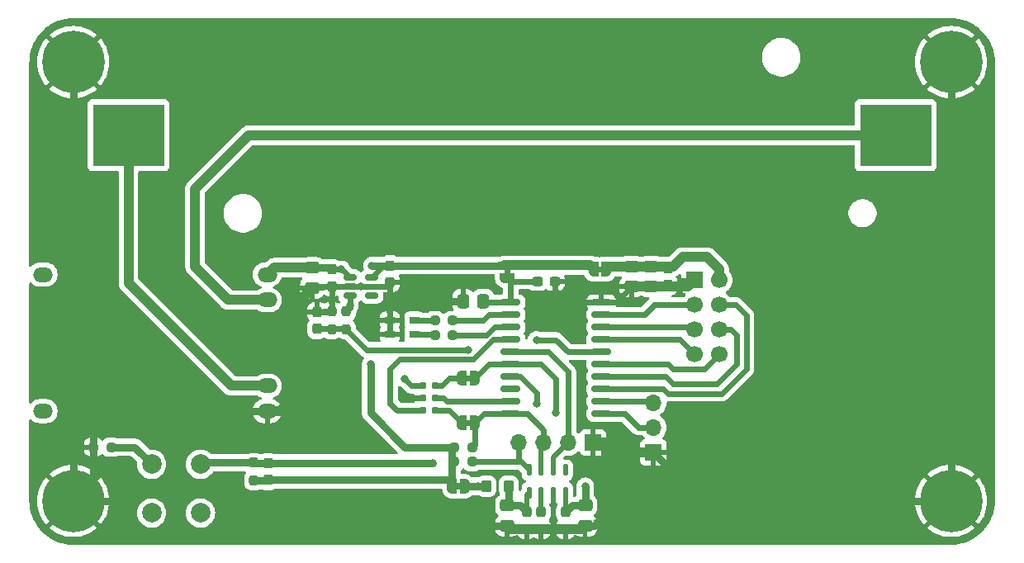
<source format=gbr>
%TF.GenerationSoftware,KiCad,Pcbnew,8.0.5-unknown-202409181836~355805756e~ubuntu24.04.1*%
%TF.CreationDate,2024-09-22T17:28:33+02:00*%
%TF.ProjectId,elevator_altimeter,656c6576-6174-46f7-925f-616c74696d65,rev?*%
%TF.SameCoordinates,Original*%
%TF.FileFunction,Copper,L1,Top*%
%TF.FilePolarity,Positive*%
%FSLAX46Y46*%
G04 Gerber Fmt 4.6, Leading zero omitted, Abs format (unit mm)*
G04 Created by KiCad (PCBNEW 8.0.5-unknown-202409181836~355805756e~ubuntu24.04.1) date 2024-09-22 17:28:33*
%MOMM*%
%LPD*%
G01*
G04 APERTURE LIST*
G04 Aperture macros list*
%AMRoundRect*
0 Rectangle with rounded corners*
0 $1 Rounding radius*
0 $2 $3 $4 $5 $6 $7 $8 $9 X,Y pos of 4 corners*
0 Add a 4 corners polygon primitive as box body*
4,1,4,$2,$3,$4,$5,$6,$7,$8,$9,$2,$3,0*
0 Add four circle primitives for the rounded corners*
1,1,$1+$1,$2,$3*
1,1,$1+$1,$4,$5*
1,1,$1+$1,$6,$7*
1,1,$1+$1,$8,$9*
0 Add four rect primitives between the rounded corners*
20,1,$1+$1,$2,$3,$4,$5,0*
20,1,$1+$1,$4,$5,$6,$7,0*
20,1,$1+$1,$6,$7,$8,$9,0*
20,1,$1+$1,$8,$9,$2,$3,0*%
%AMFreePoly0*
4,1,19,0.500000,-0.750000,0.000000,-0.750000,0.000000,-0.744911,-0.071157,-0.744911,-0.207708,-0.704816,-0.327430,-0.627875,-0.420627,-0.520320,-0.479746,-0.390866,-0.500000,-0.250000,-0.500000,0.250000,-0.479746,0.390866,-0.420627,0.520320,-0.327430,0.627875,-0.207708,0.704816,-0.071157,0.744911,0.000000,0.744911,0.000000,0.750000,0.500000,0.750000,0.500000,-0.750000,0.500000,-0.750000,
$1*%
%AMFreePoly1*
4,1,19,0.000000,0.744911,0.071157,0.744911,0.207708,0.704816,0.327430,0.627875,0.420627,0.520320,0.479746,0.390866,0.500000,0.250000,0.500000,-0.250000,0.479746,-0.390866,0.420627,-0.520320,0.327430,-0.627875,0.207708,-0.704816,0.071157,-0.744911,0.000000,-0.744911,0.000000,-0.750000,-0.500000,-0.750000,-0.500000,0.750000,0.000000,0.750000,0.000000,0.744911,0.000000,0.744911,
$1*%
G04 Aperture macros list end*
%TA.AperFunction,EtchedComponent*%
%ADD10C,0.000000*%
%TD*%
%TA.AperFunction,SMDPad,CuDef*%
%ADD11R,7.340000X6.350000*%
%TD*%
%TA.AperFunction,ComponentPad*%
%ADD12C,0.800000*%
%TD*%
%TA.AperFunction,ComponentPad*%
%ADD13C,6.400000*%
%TD*%
%TA.AperFunction,ComponentPad*%
%ADD14O,2.000000X1.500000*%
%TD*%
%TA.AperFunction,SMDPad,CuDef*%
%ADD15FreePoly0,270.000000*%
%TD*%
%TA.AperFunction,SMDPad,CuDef*%
%ADD16FreePoly1,270.000000*%
%TD*%
%TA.AperFunction,SMDPad,CuDef*%
%ADD17FreePoly0,0.000000*%
%TD*%
%TA.AperFunction,SMDPad,CuDef*%
%ADD18FreePoly1,0.000000*%
%TD*%
%TA.AperFunction,SMDPad,CuDef*%
%ADD19FreePoly0,180.000000*%
%TD*%
%TA.AperFunction,SMDPad,CuDef*%
%ADD20FreePoly1,180.000000*%
%TD*%
%TA.AperFunction,SMDPad,CuDef*%
%ADD21RoundRect,0.237500X-0.237500X0.300000X-0.237500X-0.300000X0.237500X-0.300000X0.237500X0.300000X0*%
%TD*%
%TA.AperFunction,SMDPad,CuDef*%
%ADD22RoundRect,0.250000X-0.475000X0.337500X-0.475000X-0.337500X0.475000X-0.337500X0.475000X0.337500X0*%
%TD*%
%TA.AperFunction,SMDPad,CuDef*%
%ADD23RoundRect,0.150000X-0.512500X-0.150000X0.512500X-0.150000X0.512500X0.150000X-0.512500X0.150000X0*%
%TD*%
%TA.AperFunction,SMDPad,CuDef*%
%ADD24RoundRect,0.150000X0.875000X0.150000X-0.875000X0.150000X-0.875000X-0.150000X0.875000X-0.150000X0*%
%TD*%
%TA.AperFunction,SMDPad,CuDef*%
%ADD25RoundRect,0.237500X0.250000X0.237500X-0.250000X0.237500X-0.250000X-0.237500X0.250000X-0.237500X0*%
%TD*%
%TA.AperFunction,SMDPad,CuDef*%
%ADD26RoundRect,0.237500X-0.237500X0.250000X-0.237500X-0.250000X0.237500X-0.250000X0.237500X0.250000X0*%
%TD*%
%TA.AperFunction,SMDPad,CuDef*%
%ADD27RoundRect,0.237500X-0.300000X-0.237500X0.300000X-0.237500X0.300000X0.237500X-0.300000X0.237500X0*%
%TD*%
%TA.AperFunction,ConnectorPad*%
%ADD28C,0.787400*%
%TD*%
%TA.AperFunction,SMDPad,CuDef*%
%ADD29RoundRect,0.237500X-0.250000X-0.237500X0.250000X-0.237500X0.250000X0.237500X-0.250000X0.237500X0*%
%TD*%
%TA.AperFunction,SMDPad,CuDef*%
%ADD30RoundRect,0.250000X-0.275000X-0.350000X0.275000X-0.350000X0.275000X0.350000X-0.275000X0.350000X0*%
%TD*%
%TA.AperFunction,SMDPad,CuDef*%
%ADD31RoundRect,0.237500X0.237500X-0.250000X0.237500X0.250000X-0.237500X0.250000X-0.237500X-0.250000X0*%
%TD*%
%TA.AperFunction,SMDPad,CuDef*%
%ADD32RoundRect,0.237500X0.237500X-0.300000X0.237500X0.300000X-0.237500X0.300000X-0.237500X-0.300000X0*%
%TD*%
%TA.AperFunction,SMDPad,CuDef*%
%ADD33RoundRect,0.125000X0.125000X-0.475000X0.125000X0.475000X-0.125000X0.475000X-0.125000X-0.475000X0*%
%TD*%
%TA.AperFunction,ComponentPad*%
%ADD34O,1.700000X1.700000*%
%TD*%
%TA.AperFunction,ComponentPad*%
%ADD35R,1.700000X1.700000*%
%TD*%
%TA.AperFunction,SMDPad,CuDef*%
%ADD36R,1.000000X0.800000*%
%TD*%
%TA.AperFunction,ComponentPad*%
%ADD37C,2.000000*%
%TD*%
%TA.AperFunction,ComponentPad*%
%ADD38C,1.700000*%
%TD*%
%TA.AperFunction,SMDPad,CuDef*%
%ADD39RoundRect,0.250000X0.337500X0.475000X-0.337500X0.475000X-0.337500X-0.475000X0.337500X-0.475000X0*%
%TD*%
%TA.AperFunction,ViaPad*%
%ADD40C,0.800000*%
%TD*%
%TA.AperFunction,Conductor*%
%ADD41C,0.600000*%
%TD*%
%TA.AperFunction,Conductor*%
%ADD42C,0.800000*%
%TD*%
%TA.AperFunction,Conductor*%
%ADD43C,1.000000*%
%TD*%
%TA.AperFunction,Conductor*%
%ADD44C,0.500000*%
%TD*%
G04 APERTURE END LIST*
D10*
%TA.AperFunction,EtchedComponent*%
%TO.C,JP5*%
G36*
X74800000Y-69250000D02*
G01*
X74200000Y-69250000D01*
X74200000Y-68750000D01*
X74800000Y-68750000D01*
X74800000Y-69250000D01*
G37*
%TD.AperFunction*%
%TA.AperFunction,EtchedComponent*%
%TO.C,JP4*%
G36*
X69750000Y-91300000D02*
G01*
X69250000Y-91300000D01*
X69250000Y-90700000D01*
X69750000Y-90700000D01*
X69750000Y-91300000D01*
G37*
%TD.AperFunction*%
%TA.AperFunction,EtchedComponent*%
%TO.C,JP3*%
G36*
X84250000Y-69050000D02*
G01*
X83750000Y-69050000D01*
X83750000Y-68450000D01*
X84250000Y-68450000D01*
X84250000Y-69050000D01*
G37*
%TD.AperFunction*%
%TA.AperFunction,EtchedComponent*%
%TO.C,JP1*%
G36*
X70750000Y-84800000D02*
G01*
X70250000Y-84800000D01*
X70250000Y-84200000D01*
X70750000Y-84200000D01*
X70750000Y-84800000D01*
G37*
%TD.AperFunction*%
%TA.AperFunction,EtchedComponent*%
%TO.C,JP2*%
G36*
X70750000Y-80250000D02*
G01*
X70250000Y-80250000D01*
X70250000Y-79650000D01*
X70750000Y-79650000D01*
X70750000Y-80250000D01*
G37*
%TD.AperFunction*%
%TD*%
D11*
%TO.P,BT1,1,+*%
%TO.N,Net-(BT1-+)*%
X114330000Y-55000000D03*
%TO.P,BT1,2,-*%
%TO.N,Net-(BT1--)*%
X35670000Y-55000000D03*
%TD*%
D12*
%TO.P,H4,1,1*%
%TO.N,GND*%
X117600000Y-47500000D03*
X118302944Y-45802944D03*
X118302944Y-49197056D03*
X120000000Y-45100000D03*
D13*
X120000000Y-47500000D03*
D12*
X120000000Y-49900000D03*
X121697056Y-45802944D03*
X121697056Y-49197056D03*
X122400000Y-47500000D03*
%TD*%
D14*
%TO.P,U5,6,INT+*%
%TO.N,unconnected-(U5-INT+-Pad6)*%
X26900000Y-69300000D03*
%TO.P,U5,5,INT-*%
%TO.N,unconnected-(U5-INT--Pad5)*%
X26900000Y-83300000D03*
%TO.P,U5,4,OUT-*%
%TO.N,GND*%
X49900000Y-83300000D03*
%TO.P,U5,3,BAT-*%
%TO.N,Net-(BT1--)*%
X49900000Y-80700000D03*
%TO.P,U5,2,BAT+*%
%TO.N,Net-(BT1-+)*%
X49900000Y-71900000D03*
%TO.P,U5,1,OUT+*%
%TO.N,+BATT*%
X49900000Y-69300000D03*
%TD*%
D15*
%TO.P,JP5,1,A*%
%TO.N,VDD*%
X74500000Y-68350000D03*
D16*
%TO.P,JP5,2,B*%
%TO.N,/MCU_pwr*%
X74500000Y-69650000D03*
%TD*%
D17*
%TO.P,JP4,1,A*%
%TO.N,VDD*%
X68850000Y-91000000D03*
D18*
%TO.P,JP4,2,B*%
%TO.N,/MPL_pwr*%
X70150000Y-91000000D03*
%TD*%
D19*
%TO.P,JP3,1,A*%
%TO.N,/NRF_pwr*%
X84650000Y-68750000D03*
D20*
%TO.P,JP3,2,B*%
%TO.N,VDD*%
X83350000Y-68750000D03*
%TD*%
D21*
%TO.P,C12,1*%
%TO.N,/NRF_pwr*%
X91000000Y-68637500D03*
%TO.P,C12,2*%
%TO.N,GND*%
X91000000Y-70362500D03*
%TD*%
D22*
%TO.P,C9,2*%
%TO.N,GND*%
X82490000Y-95037500D03*
%TO.P,C9,1*%
%TO.N,/MPL_pwr*%
X82490000Y-92962500D03*
%TD*%
D23*
%TO.P,U4,1,IN*%
%TO.N,+BATT*%
X58362500Y-69550000D03*
%TO.P,U4,2,GND*%
%TO.N,GND*%
X58362500Y-70500000D03*
%TO.P,U4,3,~{SHDN}*%
%TO.N,+BATT*%
X58362500Y-71450000D03*
%TO.P,U4,4,NC*%
%TO.N,unconnected-(U4-NC-Pad4)*%
X60637500Y-71450000D03*
%TO.P,U4,5,OUT*%
%TO.N,VDD*%
X60637500Y-69550000D03*
%TD*%
D24*
%TO.P,U3,1,PB0*%
%TO.N,/TX*%
X84137500Y-83565000D03*
%TO.P,U3,2,PA7*%
%TO.N,/RX*%
X84137500Y-82295000D03*
%TO.P,U3,3,PA6*%
%TO.N,/CSN*%
X84137500Y-81025000D03*
%TO.P,U3,4,PA5*%
%TO.N,/MOSI_nrf*%
X84137500Y-79755000D03*
%TO.P,U3,5,PA4*%
%TO.N,/IRQ*%
X84137500Y-78485000D03*
%TO.P,U3,6,PA3*%
%TO.N,/Batt_sense*%
X84137500Y-77215000D03*
%TO.P,U3,7,PA2*%
%TO.N,/MISO_nrf*%
X84137500Y-75945000D03*
%TO.P,U3,8,PA1*%
%TO.N,/SCK_nrf*%
X84137500Y-74675000D03*
%TO.P,U3,9,AREF/PA0*%
%TO.N,/CE*%
X84137500Y-73405000D03*
%TO.P,U3,10,GND*%
%TO.N,GND*%
X84137500Y-72135000D03*
%TO.P,U3,11,VCC*%
%TO.N,/MCU_pwr*%
X74837500Y-72135000D03*
%TO.P,U3,12,XTAL1/PC5*%
%TO.N,/LED0*%
X74837500Y-73405000D03*
%TO.P,U3,13,XTAL2/PC4*%
%TO.N,/LED1*%
X74837500Y-74675000D03*
%TO.P,U3,14,~{RESET}/PC3*%
%TO.N,/RST*%
X74837500Y-75945000D03*
%TO.P,U3,15,PC2*%
%TO.N,/INT1*%
X74837500Y-77215000D03*
%TO.P,U3,16,PC1*%
%TO.N,/SCL*%
X74837500Y-78485000D03*
%TO.P,U3,17,PC0*%
%TO.N,/UserSW*%
X74837500Y-79755000D03*
%TO.P,U3,18,PB3*%
%TO.N,unconnected-(U3-PB3-Pad18)*%
X74837500Y-81025000D03*
%TO.P,U3,19,PB2*%
%TO.N,/MISO*%
X74837500Y-82295000D03*
%TO.P,U3,20,PB1*%
%TO.N,/SDA*%
X74837500Y-83565000D03*
%TD*%
D12*
%TO.P,H3,1,1*%
%TO.N,GND*%
X27600000Y-47500000D03*
X28302944Y-45802944D03*
X28302944Y-49197056D03*
X30000000Y-45100000D03*
D13*
X30000000Y-47500000D03*
D12*
X30000000Y-49900000D03*
X31697056Y-45802944D03*
X31697056Y-49197056D03*
X32400000Y-47500000D03*
%TD*%
D25*
%TO.P,R8,2*%
%TO.N,Net-(D1-A1)*%
X67087500Y-75500000D03*
%TO.P,R8,1*%
%TO.N,/LED1*%
X68912500Y-75500000D03*
%TD*%
D26*
%TO.P,R4,1*%
%TO.N,+BATT*%
X58000000Y-73087500D03*
%TO.P,R4,2*%
%TO.N,/Batt_sense*%
X58000000Y-74912500D03*
%TD*%
D27*
%TO.P,C13,1*%
%TO.N,/MCU_pwr*%
X77637500Y-70000000D03*
%TO.P,C13,2*%
%TO.N,GND*%
X79362500Y-70000000D03*
%TD*%
D26*
%TO.P,R7,1*%
%TO.N,/UserSW*%
X48500000Y-88587500D03*
%TO.P,R7,2*%
%TO.N,VDD*%
X48500000Y-90412500D03*
%TD*%
D12*
%TO.P,H2,1,1*%
%TO.N,GND*%
X117600000Y-92500000D03*
X118302944Y-90802944D03*
X118302944Y-94197056D03*
X120000000Y-90100000D03*
D13*
X120000000Y-92500000D03*
D12*
X120000000Y-94900000D03*
X121697056Y-90802944D03*
X121697056Y-94197056D03*
X122400000Y-92500000D03*
%TD*%
D28*
%TO.P,J2,1,VCC*%
%TO.N,VDD*%
X65849000Y-80690000D03*
%TO.P,J2,2,SCK*%
%TO.N,/SCK*%
X67119000Y-80690000D03*
%TO.P,J2,3,GND*%
%TO.N,GND*%
X65849000Y-81960000D03*
%TO.P,J2,4,MISO*%
%TO.N,/MISO*%
X67119000Y-81960000D03*
%TO.P,J2,5,~{RST}*%
%TO.N,/RST*%
X65849000Y-83230000D03*
%TO.P,J2,6,MOSI*%
%TO.N,/MOSI*%
X67119000Y-83230000D03*
%TD*%
D29*
%TO.P,R2,1*%
%TO.N,VDD*%
X69087500Y-87000000D03*
%TO.P,R2,2*%
%TO.N,/SDA*%
X70912500Y-87000000D03*
%TD*%
D30*
%TO.P,FB1,2*%
%TO.N,VDDA*%
X74650000Y-91000000D03*
%TO.P,FB1,1*%
%TO.N,/MPL_pwr*%
X72350000Y-91000000D03*
%TD*%
D22*
%TO.P,C7,1*%
%TO.N,/NRF_pwr*%
X89250000Y-68462500D03*
%TO.P,C7,2*%
%TO.N,GND*%
X89250000Y-70537500D03*
%TD*%
D12*
%TO.P,H1,1,1*%
%TO.N,GND*%
X27600000Y-92500000D03*
X28302944Y-90802944D03*
X28302944Y-94197056D03*
X30000000Y-90100000D03*
D13*
X30000000Y-92500000D03*
D12*
X30000000Y-94900000D03*
X31697056Y-90802944D03*
X31697056Y-94197056D03*
X32400000Y-92500000D03*
%TD*%
D29*
%TO.P,R1,1*%
%TO.N,VDD*%
X69087500Y-88500000D03*
%TO.P,R1,2*%
%TO.N,/SCL*%
X70912500Y-88500000D03*
%TD*%
D17*
%TO.P,JP1,1,A*%
%TO.N,/MOSI*%
X69850000Y-84500000D03*
D18*
%TO.P,JP1,2,B*%
%TO.N,/SDA*%
X71150000Y-84500000D03*
%TD*%
D21*
%TO.P,C10,1*%
%TO.N,VDD*%
X62500000Y-68362500D03*
%TO.P,C10,2*%
%TO.N,GND*%
X62500000Y-70087500D03*
%TD*%
%TO.P,C11,2*%
%TO.N,GND*%
X80490000Y-95362500D03*
%TO.P,C11,1*%
%TO.N,/MPL_pwr*%
X80490000Y-93637500D03*
%TD*%
%TO.P,C5,1*%
%TO.N,+BATT*%
X56500000Y-68762500D03*
%TO.P,C5,2*%
%TO.N,GND*%
X56500000Y-70487500D03*
%TD*%
D29*
%TO.P,R3,1*%
%TO.N,GND*%
X32087500Y-87000000D03*
%TO.P,R3,2*%
%TO.N,Net-(R3-Pad2)*%
X33912500Y-87000000D03*
%TD*%
D31*
%TO.P,R6,1*%
%TO.N,/Batt_sense*%
X56500000Y-74912500D03*
%TO.P,R6,2*%
%TO.N,GND*%
X56500000Y-73087500D03*
%TD*%
D32*
%TO.P,C1,1*%
%TO.N,/Batt_sense*%
X55000000Y-74862500D03*
%TO.P,C1,2*%
%TO.N,GND*%
X55000000Y-73137500D03*
%TD*%
D25*
%TO.P,R5,1*%
%TO.N,/LED0*%
X68912500Y-74000000D03*
%TO.P,R5,2*%
%TO.N,Net-(D1-A2)*%
X67087500Y-74000000D03*
%TD*%
D22*
%TO.P,C4,1*%
%TO.N,+BATT*%
X54500000Y-68587500D03*
%TO.P,C4,2*%
%TO.N,GND*%
X54500000Y-70662500D03*
%TD*%
D33*
%TO.P,U1,8,SCL*%
%TO.N,/SCL*%
X76740000Y-89350000D03*
%TO.P,U1,7,SDL*%
%TO.N,/SDA*%
X77990000Y-89350000D03*
%TO.P,U1,6,INT1*%
%TO.N,/INT1*%
X79240000Y-89350000D03*
%TO.P,U1,5,INT2*%
%TO.N,unconnected-(U1-INT2-Pad5)*%
X80490000Y-89350000D03*
%TO.P,U1,4,VDDIO*%
%TO.N,/MPL_pwr*%
X80490000Y-91650000D03*
%TO.P,U1,3,GND*%
%TO.N,GND*%
X79240000Y-91650000D03*
%TO.P,U1,2,CAP*%
%TO.N,Net-(U1-CAP)*%
X77990000Y-91650000D03*
%TO.P,U1,1,VDD*%
%TO.N,VDDA*%
X76740000Y-91650000D03*
%TD*%
D34*
%TO.P,J3,4,Pin_4*%
%TO.N,/SCL*%
X75680000Y-86500000D03*
%TO.P,J3,3,Pin_3*%
%TO.N,/SDA*%
X78220000Y-86500000D03*
%TO.P,J3,2,Pin_2*%
%TO.N,/INT1*%
X80760000Y-86500000D03*
D35*
%TO.P,J3,1,Pin_1*%
%TO.N,GND*%
X83300000Y-86500000D03*
%TD*%
D17*
%TO.P,JP2,1,A*%
%TO.N,/SCK*%
X69850000Y-79950000D03*
D18*
%TO.P,JP2,2,B*%
%TO.N,/SCL*%
X71150000Y-79950000D03*
%TD*%
D21*
%TO.P,C2,2*%
%TO.N,GND*%
X77990000Y-95362500D03*
%TO.P,C2,1*%
%TO.N,Net-(U1-CAP)*%
X77990000Y-93637500D03*
%TD*%
D22*
%TO.P,C8,1*%
%TO.N,/NRF_pwr*%
X87250000Y-68462500D03*
%TO.P,C8,2*%
%TO.N,GND*%
X87250000Y-70537500D03*
%TD*%
D21*
%TO.P,C3,1*%
%TO.N,/UserSW*%
X50000000Y-88637500D03*
%TO.P,C3,2*%
%TO.N,VDD*%
X50000000Y-90362500D03*
%TD*%
D22*
%TO.P,C14,2*%
%TO.N,GND*%
X74500000Y-95037500D03*
%TO.P,C14,1*%
%TO.N,VDDA*%
X74500000Y-92962500D03*
%TD*%
D36*
%TO.P,D1,1,A1*%
%TO.N,Net-(D1-A1)*%
X64966000Y-75390000D03*
%TO.P,D1,2,A2*%
%TO.N,Net-(D1-A2)*%
X64966000Y-73990000D03*
%TO.P,D1,3,K1*%
%TO.N,GND*%
X62466000Y-73990000D03*
%TO.P,D1,4,K2*%
X62466000Y-75390000D03*
%TD*%
D37*
%TO.P,SW1,1,1*%
%TO.N,unconnected-(SW1-Pad1)*%
X43050000Y-93743743D03*
%TO.P,SW1,2,2*%
%TO.N,unconnected-(SW1-Pad2)*%
X38050000Y-93743743D03*
%TO.P,SW1,3,3*%
%TO.N,/UserSW*%
X43050000Y-88743743D03*
%TO.P,SW1,4,4*%
%TO.N,Net-(R3-Pad2)*%
X38050000Y-88743743D03*
%TD*%
D35*
%TO.P,U2,1,GND*%
%TO.N,GND*%
X93710500Y-69875000D03*
D38*
%TO.P,U2,2,VCC*%
%TO.N,/NRF_pwr*%
X96250500Y-69875000D03*
%TO.P,U2,3,CE*%
%TO.N,/CE*%
X93710500Y-72415000D03*
%TO.P,U2,4,~{CSN}*%
%TO.N,/CSN*%
X96250500Y-72415000D03*
%TO.P,U2,5,SCK*%
%TO.N,/SCK_nrf*%
X93710500Y-74955000D03*
%TO.P,U2,6,MOSI*%
%TO.N,/MOSI_nrf*%
X96250500Y-74955000D03*
%TO.P,U2,7,MISO*%
%TO.N,/MISO_nrf*%
X93710500Y-77495000D03*
%TO.P,U2,8,IRQ*%
%TO.N,/IRQ*%
X96250500Y-77495000D03*
%TD*%
D39*
%TO.P,C6,1*%
%TO.N,/MCU_pwr*%
X72037500Y-72000000D03*
%TO.P,C6,2*%
%TO.N,GND*%
X69962500Y-72000000D03*
%TD*%
D35*
%TO.P,J1,1,Pin_1*%
%TO.N,GND*%
X89500000Y-87525000D03*
D34*
%TO.P,J1,2,Pin_2*%
%TO.N,/TX*%
X89500000Y-84985000D03*
%TO.P,J1,3,Pin_3*%
%TO.N,/RX*%
X89500000Y-82445000D03*
%TD*%
D21*
%TO.P,C15,2*%
%TO.N,GND*%
X76500000Y-95362500D03*
%TO.P,C15,1*%
%TO.N,VDDA*%
X76500000Y-93637500D03*
%TD*%
D40*
%TO.N,GND*%
X62466000Y-73000000D03*
X83750000Y-94750000D03*
X73000000Y-95037500D03*
X56500000Y-72000000D03*
X59500000Y-70500000D03*
X62466000Y-71500000D03*
X86143750Y-71643750D03*
X68500000Y-72000000D03*
X80500000Y-72000000D03*
%TO.N,VDD*%
X64000000Y-80000000D03*
X60500000Y-78500000D03*
X60637500Y-68362500D03*
%TO.N,/UserSW*%
X77500000Y-82500000D03*
X66862500Y-88637500D03*
%TO.N,+BATT*%
X57500000Y-68762500D03*
X58362500Y-72500000D03*
%TO.N,/Batt_sense*%
X77500000Y-76000000D03*
X70500000Y-77000000D03*
%TO.N,/MPL_pwr*%
X82500000Y-91000000D03*
X71500000Y-91000000D03*
%TO.N,/SCL*%
X79500000Y-83500000D03*
%TO.N,GND*%
X64040000Y-81960000D03*
%TD*%
D41*
%TO.N,GND*%
X62466000Y-73000000D02*
X62466000Y-72000000D01*
D42*
X83750000Y-94750000D02*
X84500000Y-94000000D01*
X73000000Y-95037500D02*
X74500000Y-95037500D01*
D41*
X56500000Y-72000000D02*
X56500000Y-70487500D01*
X59500000Y-70500000D02*
X62087500Y-70500000D01*
X62466000Y-71500000D02*
X62466000Y-70121500D01*
X86143750Y-71643750D02*
X87250000Y-70537500D01*
D42*
X68500000Y-72000000D02*
X62466000Y-72000000D01*
D41*
X80500000Y-72000000D02*
X79362500Y-70862500D01*
X58362500Y-70500000D02*
X59500000Y-70500000D01*
X62087500Y-70500000D02*
X62500000Y-70087500D01*
D42*
X30000000Y-92500000D02*
X35000000Y-92500000D01*
X35000000Y-92500000D02*
X36000000Y-91500000D01*
X36000000Y-91500000D02*
X45500000Y-91500000D01*
X45500000Y-91500000D02*
X49037500Y-95037500D01*
X49037500Y-95037500D02*
X73000000Y-95037500D01*
X120000000Y-92500000D02*
X94475000Y-92500000D01*
X94475000Y-92500000D02*
X89500000Y-87525000D01*
X120000000Y-47500000D02*
X120000000Y-92500000D01*
X30000000Y-47500000D02*
X30000000Y-92500000D01*
X32087500Y-87000000D02*
X32087500Y-90412500D01*
X32087500Y-90412500D02*
X30000000Y-92500000D01*
D41*
%TO.N,VDD*%
X65849000Y-80690000D02*
X64690000Y-80690000D01*
X64690000Y-80690000D02*
X64000000Y-80000000D01*
D42*
X62500000Y-68362500D02*
X60637500Y-68362500D01*
X69087500Y-87000000D02*
X64000000Y-87000000D01*
X64000000Y-87000000D02*
X60500000Y-83500000D01*
X60500000Y-83500000D02*
X60500000Y-78500000D01*
D41*
%TO.N,/UserSW*%
X74837500Y-79755000D02*
X75862499Y-79755000D01*
X75862499Y-79755000D02*
X77500000Y-81392501D01*
X77500000Y-81392501D02*
X77500000Y-82500000D01*
D42*
X50000000Y-88637500D02*
X66862500Y-88637500D01*
D41*
%TO.N,+BATT*%
X57500000Y-68762500D02*
X57575000Y-68762500D01*
X58362500Y-72500000D02*
X58362500Y-72725000D01*
%TO.N,GND*%
X62466000Y-75390000D02*
X62466000Y-73000000D01*
X62466000Y-72000000D02*
X62466000Y-71500000D01*
D42*
X69962500Y-72000000D02*
X68500000Y-72000000D01*
X82490000Y-95037500D02*
X83462500Y-95037500D01*
D43*
X86000000Y-86500000D02*
X84500000Y-86500000D01*
X84500000Y-86500000D02*
X83300000Y-86500000D01*
D42*
X83462500Y-95037500D02*
X83750000Y-94750000D01*
X84500000Y-94000000D02*
X84500000Y-86500000D01*
D41*
%TO.N,/Batt_sense*%
X84137500Y-77215000D02*
X80715000Y-77215000D01*
X80715000Y-77215000D02*
X79500000Y-76000000D01*
X79500000Y-76000000D02*
X77500000Y-76000000D01*
X60087500Y-77000000D02*
X70500000Y-77000000D01*
X58000000Y-74912500D02*
X60087500Y-77000000D01*
%TO.N,/LED1*%
X73193629Y-74675000D02*
X74837500Y-74675000D01*
%TO.N,/RST*%
X63500000Y-78000000D02*
X62500000Y-79000000D01*
%TO.N,/LED1*%
X72368629Y-75500000D02*
X73193629Y-74675000D01*
X68912500Y-75500000D02*
X72368629Y-75500000D01*
%TO.N,/RST*%
X74837500Y-75945000D02*
X73055000Y-75945000D01*
X62500000Y-82500000D02*
X63230000Y-83230000D01*
X63230000Y-83230000D02*
X65849000Y-83230000D01*
X73055000Y-75945000D02*
X71000000Y-78000000D01*
X62500000Y-79000000D02*
X62500000Y-82500000D01*
X71000000Y-78000000D02*
X63500000Y-78000000D01*
D42*
%TO.N,VDD*%
X74500000Y-68350000D02*
X73650000Y-68350000D01*
X73650000Y-68350000D02*
X73637500Y-68362500D01*
X73637500Y-68362500D02*
X62500000Y-68362500D01*
X68850000Y-87237500D02*
X68850000Y-90500000D01*
X68850000Y-90500000D02*
X68850000Y-91000000D01*
X50000000Y-90362500D02*
X68712500Y-90362500D01*
X68712500Y-90362500D02*
X68850000Y-90500000D01*
%TO.N,/UserSW*%
X48500000Y-88587500D02*
X43206243Y-88587500D01*
X43206243Y-88587500D02*
X43050000Y-88743743D01*
%TO.N,GND*%
X49900000Y-83300000D02*
X34200000Y-83300000D01*
X34200000Y-83300000D02*
X32087500Y-85412500D01*
X32087500Y-85412500D02*
X32087500Y-87000000D01*
%TO.N,Net-(R3-Pad2)*%
X33912500Y-87000000D02*
X36306257Y-87000000D01*
X36306257Y-87000000D02*
X38050000Y-88743743D01*
%TO.N,VDD*%
X48500000Y-90412500D02*
X49950000Y-90412500D01*
X49950000Y-90412500D02*
X50000000Y-90362500D01*
%TO.N,/UserSW*%
X50000000Y-88637500D02*
X48550000Y-88637500D01*
X48550000Y-88637500D02*
X48500000Y-88587500D01*
%TO.N,/MPL_pwr*%
X82490000Y-92962500D02*
X82490000Y-91010000D01*
X82490000Y-91010000D02*
X82500000Y-91000000D01*
X71500000Y-91000000D02*
X72350000Y-91000000D01*
X70150000Y-91000000D02*
X71500000Y-91000000D01*
%TO.N,VDD*%
X69087500Y-87000000D02*
X68850000Y-87237500D01*
D41*
%TO.N,/SCL*%
X74837500Y-78485000D02*
X77985000Y-78485000D01*
X77985000Y-78485000D02*
X79500000Y-80000000D01*
X79500000Y-80000000D02*
X79500000Y-83500000D01*
%TO.N,GND*%
X65849000Y-81960000D02*
X64040000Y-81960000D01*
%TO.N,/SCK*%
X69850000Y-79950000D02*
X68550000Y-79950000D01*
X68550000Y-79950000D02*
X67810000Y-80690000D01*
X67119000Y-80690000D02*
X67810000Y-80690000D01*
%TO.N,/MOSI*%
X67119000Y-83230000D02*
X68580000Y-83230000D01*
X68580000Y-83230000D02*
X69850000Y-84500000D01*
%TO.N,/INT1*%
X80760000Y-86500000D02*
X80760000Y-79260000D01*
X80760000Y-79260000D02*
X78715000Y-77215000D01*
X78715000Y-77215000D02*
X74837500Y-77215000D01*
%TO.N,/SDA*%
X78220000Y-86500000D02*
X78220000Y-85220000D01*
X78220000Y-85220000D02*
X76565000Y-83565000D01*
X76565000Y-83565000D02*
X74837500Y-83565000D01*
D42*
%TO.N,VDDA*%
X74650000Y-91000000D02*
X74650000Y-92812500D01*
X74650000Y-92812500D02*
X74500000Y-92962500D01*
X74500000Y-92962500D02*
X75825000Y-92962500D01*
X75825000Y-92962500D02*
X76500000Y-93637500D01*
%TO.N,/MPL_pwr*%
X82490000Y-92962500D02*
X81165000Y-92962500D01*
X81165000Y-92962500D02*
X80490000Y-93637500D01*
D43*
%TO.N,GND*%
X74862500Y-95362500D02*
X79500000Y-95362500D01*
X79500000Y-95362500D02*
X80490000Y-95362500D01*
D44*
X79240000Y-91650000D02*
X79240000Y-95102500D01*
X79240000Y-95102500D02*
X79500000Y-95362500D01*
%TO.N,/MPL_pwr*%
X80490000Y-91650000D02*
X80490000Y-93637500D01*
%TO.N,Net-(U1-CAP)*%
X77990000Y-91650000D02*
X77990000Y-93637500D01*
%TO.N,VDDA*%
X76500000Y-93637500D02*
X76500000Y-91890000D01*
X76500000Y-91890000D02*
X76740000Y-91650000D01*
%TO.N,/INT1*%
X79240000Y-89350000D02*
X79240000Y-88020000D01*
X79240000Y-88020000D02*
X80760000Y-86500000D01*
%TO.N,/SDA*%
X77990000Y-89350000D02*
X77990000Y-86730000D01*
X77990000Y-86730000D02*
X78220000Y-86500000D01*
D41*
%TO.N,/SCL*%
X75680000Y-86500000D02*
X75680000Y-88290000D01*
X75680000Y-88290000D02*
X75890000Y-88500000D01*
X70912500Y-88500000D02*
X75890000Y-88500000D01*
D44*
X76740000Y-89350000D02*
X75890000Y-88500000D01*
D41*
%TO.N,/SDA*%
X71150000Y-84500000D02*
X71150000Y-86762500D01*
X71150000Y-86762500D02*
X70912500Y-87000000D01*
X74837500Y-83565000D02*
X72085000Y-83565000D01*
X72085000Y-83565000D02*
X71150000Y-84500000D01*
%TO.N,/MISO*%
X74837500Y-82295000D02*
X68295000Y-82295000D01*
X68295000Y-82295000D02*
X67960000Y-81960000D01*
X67960000Y-81960000D02*
X67119000Y-81960000D01*
%TO.N,/SCL*%
X74837500Y-78485000D02*
X72615000Y-78485000D01*
X72615000Y-78485000D02*
X71150000Y-79950000D01*
%TO.N,/Batt_sense*%
X55000000Y-74862500D02*
X57950000Y-74862500D01*
X57950000Y-74862500D02*
X58000000Y-74912500D01*
%TO.N,GND*%
X56500000Y-73087500D02*
X56500000Y-72000000D01*
X55000000Y-73137500D02*
X56450000Y-73137500D01*
X56450000Y-73137500D02*
X56500000Y-73087500D01*
%TO.N,+BATT*%
X58362500Y-71450000D02*
X58362500Y-72500000D01*
X58362500Y-72725000D02*
X58000000Y-73087500D01*
%TO.N,VDD*%
X62500000Y-68362500D02*
X61825000Y-68362500D01*
X61825000Y-68362500D02*
X60637500Y-69550000D01*
D42*
%TO.N,+BATT*%
X54500000Y-68587500D02*
X56325000Y-68587500D01*
X56325000Y-68587500D02*
X56500000Y-68762500D01*
D41*
X56500000Y-68762500D02*
X57500000Y-68762500D01*
X57575000Y-68762500D02*
X58362500Y-69550000D01*
%TO.N,GND*%
X58362500Y-70500000D02*
X54662500Y-70500000D01*
X54662500Y-70500000D02*
X54500000Y-70662500D01*
X62466000Y-70121500D02*
X62500000Y-70087500D01*
%TO.N,Net-(D1-A1)*%
X64966000Y-75390000D02*
X66977500Y-75390000D01*
X66977500Y-75390000D02*
X67087500Y-75500000D01*
%TO.N,Net-(D1-A2)*%
X67087500Y-74000000D02*
X64976000Y-74000000D01*
X64976000Y-74000000D02*
X64966000Y-73990000D01*
%TO.N,/LED0*%
X68912500Y-74000000D02*
X72000000Y-74000000D01*
X72000000Y-74000000D02*
X72595000Y-73405000D01*
X72595000Y-73405000D02*
X74837500Y-73405000D01*
%TO.N,/CSN*%
X84137500Y-81025000D02*
X90525000Y-81025000D01*
X90525000Y-81025000D02*
X91000000Y-81500000D01*
X91000000Y-81500000D02*
X96500000Y-81500000D01*
X96500000Y-81500000D02*
X99000000Y-79000000D01*
X99000000Y-79000000D02*
X99000000Y-73500000D01*
X99000000Y-73500000D02*
X97915000Y-72415000D01*
X97915000Y-72415000D02*
X96250500Y-72415000D01*
%TO.N,/MOSI_nrf*%
X84137500Y-79755000D02*
X90755000Y-79755000D01*
X90755000Y-79755000D02*
X91500000Y-80500000D01*
X98000000Y-78500000D02*
X98000000Y-75500000D01*
X91500000Y-80500000D02*
X96000000Y-80500000D01*
X96000000Y-80500000D02*
X98000000Y-78500000D01*
X98000000Y-75500000D02*
X97455000Y-74955000D01*
X97455000Y-74955000D02*
X96250500Y-74955000D01*
%TO.N,/IRQ*%
X96250500Y-77495000D02*
X94745500Y-79000000D01*
X94745500Y-79000000D02*
X91500000Y-79000000D01*
X91500000Y-79000000D02*
X90985000Y-78485000D01*
X90985000Y-78485000D02*
X84137500Y-78485000D01*
%TO.N,/MISO_nrf*%
X84137500Y-75945000D02*
X92160500Y-75945000D01*
X92160500Y-75945000D02*
X93710500Y-77495000D01*
%TO.N,/SCK_nrf*%
X84137500Y-74675000D02*
X93430500Y-74675000D01*
X93430500Y-74675000D02*
X93710500Y-74955000D01*
%TO.N,/CE*%
X84137500Y-73405000D02*
X88595000Y-73405000D01*
X88595000Y-73405000D02*
X89585000Y-72415000D01*
X89585000Y-72415000D02*
X93710500Y-72415000D01*
%TO.N,GND*%
X84137500Y-72135000D02*
X85652500Y-72135000D01*
X85652500Y-72135000D02*
X86143750Y-71643750D01*
X84137500Y-72135000D02*
X80635000Y-72135000D01*
X80635000Y-72135000D02*
X80500000Y-72000000D01*
X79362500Y-70862500D02*
X79362500Y-70000000D01*
%TO.N,/MCU_pwr*%
X77637500Y-70000000D02*
X74850000Y-70000000D01*
X74850000Y-70000000D02*
X74500000Y-69650000D01*
X74837500Y-72135000D02*
X74837500Y-69987500D01*
X74837500Y-69987500D02*
X74500000Y-69650000D01*
X74837500Y-72135000D02*
X72172500Y-72135000D01*
X72172500Y-72135000D02*
X72037500Y-72000000D01*
%TO.N,/TX*%
X89500000Y-84985000D02*
X87985000Y-84985000D01*
X87985000Y-84985000D02*
X86565000Y-83565000D01*
X86565000Y-83565000D02*
X84137500Y-83565000D01*
%TO.N,/RX*%
X84137500Y-82295000D02*
X89350000Y-82295000D01*
X89350000Y-82295000D02*
X89500000Y-82445000D01*
D43*
%TO.N,GND*%
X80490000Y-95362500D02*
X82165000Y-95362500D01*
X82165000Y-95362500D02*
X82490000Y-95037500D01*
X74500000Y-95037500D02*
X74537500Y-95037500D01*
X74537500Y-95037500D02*
X74862500Y-95362500D01*
X87250000Y-70537500D02*
X93048000Y-70537500D01*
X93048000Y-70537500D02*
X93710500Y-69875000D01*
X89500000Y-87525000D02*
X87025000Y-87525000D01*
X87025000Y-87525000D02*
X86000000Y-86500000D01*
%TO.N,VDD*%
X74500000Y-68350000D02*
X82950000Y-68350000D01*
X82950000Y-68350000D02*
X83350000Y-68750000D01*
%TO.N,/NRF_pwr*%
X87250000Y-68462500D02*
X84937500Y-68462500D01*
X84937500Y-68462500D02*
X84650000Y-68750000D01*
X89250000Y-68462500D02*
X91537500Y-68462500D01*
X91537500Y-68462500D02*
X92500000Y-67500000D01*
X92500000Y-67500000D02*
X95000000Y-67500000D01*
X96250500Y-69875000D02*
X96250500Y-68750500D01*
X96250500Y-68750500D02*
X95000000Y-67500000D01*
X89250000Y-68462500D02*
X87250000Y-68462500D01*
%TO.N,GND*%
X49900000Y-83300000D02*
X51200000Y-83300000D01*
X51200000Y-83300000D02*
X52500000Y-82000000D01*
X52500000Y-82000000D02*
X52500000Y-72662500D01*
X52500000Y-72662500D02*
X54500000Y-70662500D01*
%TO.N,+BATT*%
X54500000Y-68587500D02*
X50612500Y-68587500D01*
X50612500Y-68587500D02*
X49900000Y-69300000D01*
%TO.N,Net-(BT1-+)*%
X114330000Y-55000000D02*
X48000000Y-55000000D01*
X48000000Y-55000000D02*
X42500000Y-60500000D01*
X42500000Y-68500000D02*
X45900000Y-71900000D01*
X42500000Y-60500000D02*
X42500000Y-68500000D01*
X45900000Y-71900000D02*
X49900000Y-71900000D01*
%TO.N,Net-(BT1--)*%
X49900000Y-80700000D02*
X46200000Y-80700000D01*
X46200000Y-80700000D02*
X35670000Y-70170000D01*
X35670000Y-70170000D02*
X35670000Y-55000000D01*
%TD*%
%TA.AperFunction,Conductor*%
%TO.N,GND*%
G36*
X63497385Y-80747908D02*
G01*
X63547265Y-80784148D01*
X63547270Y-80784151D01*
X63715190Y-80858915D01*
X63752435Y-80884513D01*
X64068211Y-81200289D01*
X64135468Y-81267546D01*
X64179712Y-81311790D01*
X64310814Y-81399390D01*
X64310821Y-81399394D01*
X64397743Y-81435398D01*
X64456502Y-81459737D01*
X64552177Y-81478768D01*
X64611152Y-81490499D01*
X64611155Y-81490500D01*
X64611157Y-81490500D01*
X64611158Y-81490500D01*
X64891186Y-81490500D01*
X64958225Y-81510185D01*
X65003980Y-81562989D01*
X65013924Y-81632147D01*
X65009117Y-81652818D01*
X64970015Y-81773162D01*
X64950377Y-81960000D01*
X64970015Y-82146837D01*
X65009117Y-82267182D01*
X65011112Y-82337023D01*
X64975031Y-82396856D01*
X64912330Y-82427684D01*
X64891186Y-82429500D01*
X63612940Y-82429500D01*
X63545901Y-82409815D01*
X63525259Y-82393181D01*
X63336819Y-82204741D01*
X63303334Y-82143418D01*
X63300500Y-82117060D01*
X63300500Y-80848226D01*
X63320185Y-80781187D01*
X63372989Y-80735432D01*
X63442147Y-80725488D01*
X63497385Y-80747908D01*
G37*
%TD.AperFunction*%
%TA.AperFunction,Conductor*%
G36*
X92301667Y-69242372D02*
G01*
X92348357Y-69294351D01*
X92360500Y-69347868D01*
X92360500Y-69625000D01*
X93277488Y-69625000D01*
X93244575Y-69682007D01*
X93210500Y-69809174D01*
X93210500Y-69940826D01*
X93244575Y-70067993D01*
X93277488Y-70125000D01*
X92360500Y-70125000D01*
X92360500Y-70772844D01*
X92366901Y-70832372D01*
X92366903Y-70832379D01*
X92417145Y-70967086D01*
X92417149Y-70967093D01*
X92503309Y-71082187D01*
X92503312Y-71082190D01*
X92618406Y-71168350D01*
X92618413Y-71168354D01*
X92749970Y-71217421D01*
X92805903Y-71259292D01*
X92830321Y-71324756D01*
X92815470Y-71393029D01*
X92794319Y-71421284D01*
X92672005Y-71543597D01*
X92660497Y-71560034D01*
X92659675Y-71561209D01*
X92659384Y-71561624D01*
X92604807Y-71605248D01*
X92557809Y-71614500D01*
X91477618Y-71614500D01*
X91410579Y-71594815D01*
X91364824Y-71542011D01*
X91354880Y-71472853D01*
X91383905Y-71409297D01*
X91438614Y-71372794D01*
X91551300Y-71335453D01*
X91551311Y-71335448D01*
X91698034Y-71244947D01*
X91698038Y-71244944D01*
X91819944Y-71123038D01*
X91819947Y-71123034D01*
X91910448Y-70976311D01*
X91910453Y-70976300D01*
X91964680Y-70812652D01*
X91974999Y-70711654D01*
X91975000Y-70711641D01*
X91975000Y-70612500D01*
X90518000Y-70612500D01*
X90518000Y-70663500D01*
X90498315Y-70730539D01*
X90445511Y-70776294D01*
X90394000Y-70787500D01*
X87500000Y-70787500D01*
X87500000Y-71624999D01*
X87774972Y-71624999D01*
X87774986Y-71624998D01*
X87877697Y-71614505D01*
X88044119Y-71559358D01*
X88044130Y-71559353D01*
X88184903Y-71472523D01*
X88252295Y-71454082D01*
X88315097Y-71472523D01*
X88455869Y-71559353D01*
X88455880Y-71559358D01*
X88622302Y-71614505D01*
X88622309Y-71614506D01*
X88725019Y-71624999D01*
X88943559Y-71624999D01*
X89010599Y-71644683D01*
X89056354Y-71697487D01*
X89066298Y-71766645D01*
X89037273Y-71830201D01*
X89031241Y-71836680D01*
X88299741Y-72568181D01*
X88238418Y-72601666D01*
X88212060Y-72604500D01*
X85761705Y-72604500D01*
X85694666Y-72584815D01*
X85648911Y-72532011D01*
X85638967Y-72462853D01*
X85642629Y-72445905D01*
X85659599Y-72387494D01*
X85659600Y-72387488D01*
X85659795Y-72385001D01*
X85659795Y-72385000D01*
X82615205Y-72385000D01*
X82615204Y-72385001D01*
X82615399Y-72387486D01*
X82661218Y-72545198D01*
X82744814Y-72686552D01*
X82749600Y-72692722D01*
X82747140Y-72694629D01*
X82773710Y-72743288D01*
X82768726Y-72812980D01*
X82747662Y-72845781D01*
X82749199Y-72846974D01*
X82744415Y-72853140D01*
X82660755Y-72994603D01*
X82660754Y-72994606D01*
X82614902Y-73152426D01*
X82614901Y-73152432D01*
X82612000Y-73189298D01*
X82612000Y-73620701D01*
X82614901Y-73657567D01*
X82614902Y-73657573D01*
X82660754Y-73815393D01*
X82660755Y-73815396D01*
X82660756Y-73815398D01*
X82670325Y-73831578D01*
X82744417Y-73956862D01*
X82749202Y-73963031D01*
X82746756Y-73964927D01*
X82773357Y-74013642D01*
X82768373Y-74083334D01*
X82747569Y-74115703D01*
X82749202Y-74116969D01*
X82744417Y-74123137D01*
X82660755Y-74264603D01*
X82660754Y-74264606D01*
X82614902Y-74422426D01*
X82614901Y-74422432D01*
X82612000Y-74459298D01*
X82612000Y-74890701D01*
X82614901Y-74927567D01*
X82614902Y-74927573D01*
X82660754Y-75085393D01*
X82660755Y-75085396D01*
X82744417Y-75226862D01*
X82749202Y-75233031D01*
X82746756Y-75234927D01*
X82773357Y-75283642D01*
X82768373Y-75353334D01*
X82747569Y-75385703D01*
X82749202Y-75386969D01*
X82744417Y-75393137D01*
X82660755Y-75534603D01*
X82660754Y-75534606D01*
X82614902Y-75692426D01*
X82614901Y-75692432D01*
X82612000Y-75729298D01*
X82612000Y-76160701D01*
X82614901Y-76197567D01*
X82614902Y-76197573D01*
X82631850Y-76255905D01*
X82631651Y-76325774D01*
X82593709Y-76384444D01*
X82530071Y-76413288D01*
X82512774Y-76414500D01*
X81097940Y-76414500D01*
X81030901Y-76394815D01*
X81010259Y-76378181D01*
X80010292Y-75378213D01*
X80010288Y-75378210D01*
X79879185Y-75290609D01*
X79879172Y-75290602D01*
X79733501Y-75230264D01*
X79733489Y-75230261D01*
X79578845Y-75199500D01*
X79578842Y-75199500D01*
X77942367Y-75199500D01*
X77891931Y-75188779D01*
X77779807Y-75138857D01*
X77779802Y-75138855D01*
X77634001Y-75107865D01*
X77594646Y-75099500D01*
X77405354Y-75099500D01*
X77372897Y-75106398D01*
X77220197Y-75138855D01*
X77220192Y-75138857D01*
X77047270Y-75215848D01*
X77047265Y-75215851D01*
X76894129Y-75327111D01*
X76767466Y-75467785D01*
X76672821Y-75631715D01*
X76672818Y-75631722D01*
X76635902Y-75745340D01*
X76614326Y-75811744D01*
X76610320Y-75849858D01*
X76583736Y-75914470D01*
X76526439Y-75954455D01*
X76456620Y-75957115D01*
X76396446Y-75921605D01*
X76365023Y-75859201D01*
X76363000Y-75836894D01*
X76363000Y-75729313D01*
X76362999Y-75729298D01*
X76360098Y-75692432D01*
X76360097Y-75692426D01*
X76314245Y-75534606D01*
X76314244Y-75534603D01*
X76314244Y-75534602D01*
X76230581Y-75393135D01*
X76230578Y-75393132D01*
X76225798Y-75386969D01*
X76228250Y-75385066D01*
X76201655Y-75336421D01*
X76206604Y-75266726D01*
X76227440Y-75234304D01*
X76225798Y-75233031D01*
X76230575Y-75226870D01*
X76230581Y-75226865D01*
X76314244Y-75085398D01*
X76348005Y-74969191D01*
X76360097Y-74927573D01*
X76360098Y-74927567D01*
X76362999Y-74890701D01*
X76363000Y-74890694D01*
X76363000Y-74459306D01*
X76360098Y-74422431D01*
X76357139Y-74412247D01*
X76314245Y-74264606D01*
X76314244Y-74264603D01*
X76314244Y-74264602D01*
X76230581Y-74123135D01*
X76230578Y-74123132D01*
X76225798Y-74116969D01*
X76228250Y-74115066D01*
X76201655Y-74066421D01*
X76206604Y-73996726D01*
X76227440Y-73964304D01*
X76225798Y-73963031D01*
X76230575Y-73956870D01*
X76230581Y-73956865D01*
X76314244Y-73815398D01*
X76348005Y-73699191D01*
X76360097Y-73657573D01*
X76360098Y-73657567D01*
X76360574Y-73651516D01*
X76363000Y-73620694D01*
X76363000Y-73189306D01*
X76360098Y-73152431D01*
X76358418Y-73146649D01*
X76325930Y-73034825D01*
X76314244Y-72994602D01*
X76230581Y-72853135D01*
X76230578Y-72853132D01*
X76225798Y-72846969D01*
X76228250Y-72845066D01*
X76201655Y-72796421D01*
X76206604Y-72726726D01*
X76227440Y-72694304D01*
X76225798Y-72693031D01*
X76230575Y-72686870D01*
X76230581Y-72686865D01*
X76314244Y-72545398D01*
X76360098Y-72387569D01*
X76363000Y-72350694D01*
X76363000Y-71919306D01*
X76360300Y-71884998D01*
X82615204Y-71884998D01*
X82615205Y-71885000D01*
X83887500Y-71885000D01*
X84387500Y-71885000D01*
X85659795Y-71885000D01*
X85659795Y-71884998D01*
X85659600Y-71882513D01*
X85613781Y-71724801D01*
X85530185Y-71583447D01*
X85530178Y-71583438D01*
X85414061Y-71467321D01*
X85414052Y-71467314D01*
X85272696Y-71383717D01*
X85272693Y-71383716D01*
X85114995Y-71337900D01*
X85114989Y-71337899D01*
X85078149Y-71335000D01*
X84387500Y-71335000D01*
X84387500Y-71885000D01*
X83887500Y-71885000D01*
X83887500Y-71335000D01*
X83196850Y-71335000D01*
X83160010Y-71337899D01*
X83160004Y-71337900D01*
X83002306Y-71383716D01*
X83002303Y-71383717D01*
X82860947Y-71467314D01*
X82860938Y-71467321D01*
X82744821Y-71583438D01*
X82744814Y-71583447D01*
X82661218Y-71724801D01*
X82615399Y-71882513D01*
X82615204Y-71884998D01*
X76360300Y-71884998D01*
X76360098Y-71882431D01*
X76353696Y-71860396D01*
X76314245Y-71724606D01*
X76314244Y-71724603D01*
X76314244Y-71724602D01*
X76230581Y-71583135D01*
X76230579Y-71583133D01*
X76230576Y-71583129D01*
X76114370Y-71466923D01*
X76114362Y-71466917D01*
X75989423Y-71393029D01*
X75972898Y-71383256D01*
X75972897Y-71383255D01*
X75972896Y-71383255D01*
X75972893Y-71383254D01*
X75815073Y-71337402D01*
X75815067Y-71337401D01*
X75778201Y-71334500D01*
X75778194Y-71334500D01*
X75762000Y-71334500D01*
X75694961Y-71314815D01*
X75649206Y-71262011D01*
X75638000Y-71210500D01*
X75638000Y-70924500D01*
X75657685Y-70857461D01*
X75710489Y-70811706D01*
X75762000Y-70800500D01*
X76809318Y-70800500D01*
X76874415Y-70818961D01*
X76876648Y-70820338D01*
X76876650Y-70820340D01*
X77023484Y-70910908D01*
X77187247Y-70965174D01*
X77288323Y-70975500D01*
X77986676Y-70975499D01*
X77986684Y-70975498D01*
X77986687Y-70975498D01*
X78042030Y-70969844D01*
X78087753Y-70965174D01*
X78251516Y-70910908D01*
X78398350Y-70820340D01*
X78412671Y-70806018D01*
X78473989Y-70772533D01*
X78543681Y-70777514D01*
X78588034Y-70806017D01*
X78601961Y-70819944D01*
X78601965Y-70819947D01*
X78748688Y-70910448D01*
X78748699Y-70910453D01*
X78912347Y-70964680D01*
X79013351Y-70974999D01*
X79612500Y-70974999D01*
X79711640Y-70974999D01*
X79711654Y-70974998D01*
X79812652Y-70964680D01*
X79932442Y-70924986D01*
X86025001Y-70924986D01*
X86035494Y-71027697D01*
X86090641Y-71194119D01*
X86090643Y-71194124D01*
X86182684Y-71343345D01*
X86306654Y-71467315D01*
X86455875Y-71559356D01*
X86455880Y-71559358D01*
X86622302Y-71614505D01*
X86622309Y-71614506D01*
X86725019Y-71624999D01*
X86999999Y-71624999D01*
X87000000Y-71624998D01*
X87000000Y-70787500D01*
X86025001Y-70787500D01*
X86025001Y-70924986D01*
X79932442Y-70924986D01*
X79976300Y-70910453D01*
X79976311Y-70910448D01*
X80123034Y-70819947D01*
X80123038Y-70819944D01*
X80244944Y-70698038D01*
X80244947Y-70698034D01*
X80335448Y-70551311D01*
X80335453Y-70551300D01*
X80389680Y-70387652D01*
X80399999Y-70286654D01*
X80400000Y-70286641D01*
X80400000Y-70250000D01*
X79612500Y-70250000D01*
X79612500Y-70974999D01*
X79013351Y-70974999D01*
X79112500Y-70974998D01*
X79112500Y-69874000D01*
X79132185Y-69806961D01*
X79184989Y-69761206D01*
X79236500Y-69750000D01*
X80399999Y-69750000D01*
X80399999Y-69713360D01*
X80399998Y-69713345D01*
X80389680Y-69612347D01*
X80356927Y-69513504D01*
X80354525Y-69443676D01*
X80390257Y-69383634D01*
X80452777Y-69352441D01*
X80474633Y-69350500D01*
X82324986Y-69350500D01*
X82392025Y-69370185D01*
X82437780Y-69422989D01*
X82465220Y-69483076D01*
X82465227Y-69483087D01*
X82465230Y-69483094D01*
X82525749Y-69577264D01*
X82543015Y-69604132D01*
X82543018Y-69604136D01*
X82637152Y-69712773D01*
X82637168Y-69712791D01*
X82637171Y-69712794D01*
X82745909Y-69807015D01*
X82793345Y-69837500D01*
X82866857Y-69884744D01*
X82866863Y-69884747D01*
X82997741Y-69944517D01*
X83135696Y-69985024D01*
X83278111Y-70005500D01*
X83278114Y-70005500D01*
X83850000Y-70005500D01*
X83921940Y-70000355D01*
X83959259Y-69989396D01*
X84011841Y-69985636D01*
X84150000Y-70005500D01*
X84150003Y-70005500D01*
X84721886Y-70005500D01*
X84721889Y-70005500D01*
X84864304Y-69985024D01*
X85002259Y-69944517D01*
X85133137Y-69884747D01*
X85139155Y-69880880D01*
X85248475Y-69810624D01*
X85249915Y-69809804D01*
X85254098Y-69807011D01*
X85333341Y-69738345D01*
X85362832Y-69712791D01*
X85456986Y-69604130D01*
X85511077Y-69519960D01*
X85563881Y-69474206D01*
X85615393Y-69463000D01*
X86151977Y-69463000D01*
X86219016Y-69482685D01*
X86264771Y-69535489D01*
X86274715Y-69604647D01*
X86245690Y-69668203D01*
X86239658Y-69674681D01*
X86182684Y-69731654D01*
X86090643Y-69880875D01*
X86090641Y-69880880D01*
X86035494Y-70047302D01*
X86035493Y-70047309D01*
X86025000Y-70150013D01*
X86025000Y-70287500D01*
X89982000Y-70287500D01*
X89982000Y-70236500D01*
X90001685Y-70169461D01*
X90054489Y-70123706D01*
X90106000Y-70112500D01*
X91974999Y-70112500D01*
X91974999Y-70013360D01*
X91974998Y-70013345D01*
X91964680Y-69912347D01*
X91910453Y-69748699D01*
X91910448Y-69748688D01*
X91819948Y-69601966D01*
X91818346Y-69599940D01*
X91817679Y-69598288D01*
X91816154Y-69595815D01*
X91816576Y-69595554D01*
X91792206Y-69535144D01*
X91805247Y-69466503D01*
X91853328Y-69415808D01*
X91868155Y-69408471D01*
X91887402Y-69400499D01*
X92011414Y-69349132D01*
X92167609Y-69244766D01*
X92234286Y-69223888D01*
X92301667Y-69242372D01*
G37*
%TD.AperFunction*%
%TA.AperFunction,Conductor*%
G36*
X73187539Y-69282685D02*
G01*
X73233294Y-69335489D01*
X73244500Y-69387000D01*
X73244500Y-69721889D01*
X73264974Y-69864296D01*
X73264977Y-69864308D01*
X73273831Y-69894461D01*
X73305483Y-70002259D01*
X73326057Y-70047309D01*
X73365252Y-70133136D01*
X73365253Y-70133138D01*
X73439376Y-70248476D01*
X73440196Y-70249917D01*
X73442988Y-70254098D01*
X73537207Y-70362830D01*
X73537210Y-70362833D01*
X73645864Y-70456981D01*
X73645867Y-70456984D01*
X73645869Y-70456985D01*
X73645870Y-70456986D01*
X73766906Y-70534770D01*
X73766914Y-70534774D01*
X73766923Y-70534779D01*
X73891642Y-70591736D01*
X73895942Y-70593985D01*
X73897691Y-70594498D01*
X73897692Y-70594499D01*
X73947935Y-70609251D01*
X74006712Y-70647024D01*
X74035738Y-70710580D01*
X74037000Y-70728228D01*
X74037000Y-71210500D01*
X74017315Y-71277539D01*
X73964511Y-71323294D01*
X73913000Y-71334500D01*
X73192046Y-71334500D01*
X73125007Y-71314815D01*
X73079252Y-71262011D01*
X73074340Y-71249504D01*
X73059814Y-71205666D01*
X72967712Y-71056344D01*
X72843656Y-70932288D01*
X72731615Y-70863181D01*
X72694336Y-70840187D01*
X72694331Y-70840185D01*
X72665031Y-70830476D01*
X72527797Y-70785001D01*
X72527795Y-70785000D01*
X72425010Y-70774500D01*
X71649998Y-70774500D01*
X71649980Y-70774501D01*
X71547203Y-70785000D01*
X71547200Y-70785001D01*
X71380668Y-70840185D01*
X71380663Y-70840187D01*
X71231342Y-70932289D01*
X71107288Y-71056343D01*
X71107283Y-71056349D01*
X71105241Y-71059661D01*
X71103247Y-71061453D01*
X71102807Y-71062011D01*
X71102711Y-71061935D01*
X71053291Y-71106383D01*
X70984328Y-71117602D01*
X70920247Y-71089755D01*
X70894168Y-71059656D01*
X70892319Y-71056659D01*
X70892316Y-71056655D01*
X70768345Y-70932684D01*
X70619124Y-70840643D01*
X70619119Y-70840641D01*
X70452697Y-70785494D01*
X70452690Y-70785493D01*
X70349986Y-70775000D01*
X70212500Y-70775000D01*
X70212500Y-72126000D01*
X70192815Y-72193039D01*
X70140011Y-72238794D01*
X70088500Y-72250000D01*
X68875001Y-72250000D01*
X68875001Y-72524986D01*
X68885494Y-72627697D01*
X68940641Y-72794119D01*
X68940646Y-72794130D01*
X68966104Y-72835403D01*
X68984545Y-72902795D01*
X68963623Y-72969459D01*
X68909981Y-73014229D01*
X68860566Y-73024500D01*
X68613331Y-73024500D01*
X68613312Y-73024501D01*
X68512247Y-73034825D01*
X68348484Y-73089092D01*
X68348481Y-73089093D01*
X68201648Y-73179661D01*
X68087681Y-73293629D01*
X68026358Y-73327114D01*
X67956666Y-73322130D01*
X67912319Y-73293629D01*
X67798351Y-73179661D01*
X67798350Y-73179660D01*
X67662568Y-73095909D01*
X67651518Y-73089093D01*
X67651513Y-73089091D01*
X67628744Y-73081546D01*
X67487753Y-73034826D01*
X67487751Y-73034825D01*
X67386678Y-73024500D01*
X66788330Y-73024500D01*
X66788312Y-73024501D01*
X66687247Y-73034825D01*
X66523484Y-73089092D01*
X66523481Y-73089093D01*
X66430176Y-73146645D01*
X66376650Y-73179660D01*
X66376648Y-73179661D01*
X66374415Y-73181039D01*
X66309318Y-73199500D01*
X65820797Y-73199500D01*
X65753758Y-73179815D01*
X65746486Y-73174767D01*
X65708330Y-73146203D01*
X65708328Y-73146202D01*
X65573482Y-73095908D01*
X65573483Y-73095908D01*
X65513883Y-73089501D01*
X65513881Y-73089500D01*
X65513873Y-73089500D01*
X65513864Y-73089500D01*
X64418129Y-73089500D01*
X64418123Y-73089501D01*
X64358516Y-73095908D01*
X64223671Y-73146202D01*
X64223664Y-73146206D01*
X64108455Y-73232452D01*
X64108452Y-73232455D01*
X64022206Y-73347664D01*
X64022202Y-73347671D01*
X63971908Y-73482517D01*
X63965501Y-73542116D01*
X63965500Y-73542135D01*
X63965500Y-74437870D01*
X63965501Y-74437876D01*
X63971908Y-74497483D01*
X64025303Y-74640641D01*
X64023575Y-74641285D01*
X64036095Y-74698853D01*
X64024310Y-74738988D01*
X64025303Y-74739359D01*
X63971908Y-74882517D01*
X63965501Y-74942116D01*
X63965500Y-74942135D01*
X63965500Y-75837870D01*
X63965501Y-75837876D01*
X63971908Y-75897483D01*
X64022142Y-76032167D01*
X64027126Y-76101859D01*
X63993641Y-76163182D01*
X63932317Y-76196666D01*
X63905960Y-76199500D01*
X63525506Y-76199500D01*
X63458467Y-76179815D01*
X63412712Y-76127011D01*
X63402768Y-76057853D01*
X63409324Y-76032167D01*
X63459596Y-75897379D01*
X63459598Y-75897372D01*
X63465999Y-75837844D01*
X63466000Y-75837827D01*
X63466000Y-75640000D01*
X61466000Y-75640000D01*
X61466000Y-75837844D01*
X61472401Y-75897372D01*
X61472403Y-75897379D01*
X61522676Y-76032167D01*
X61527660Y-76101858D01*
X61494175Y-76163181D01*
X61432852Y-76196666D01*
X61406494Y-76199500D01*
X60470440Y-76199500D01*
X60403401Y-76179815D01*
X60382759Y-76163181D01*
X59011818Y-74792240D01*
X58978333Y-74730917D01*
X58975499Y-74704559D01*
X58975499Y-74613330D01*
X58975498Y-74613313D01*
X58965174Y-74512247D01*
X58960245Y-74497372D01*
X58940519Y-74437844D01*
X61466000Y-74437844D01*
X61472401Y-74497372D01*
X61472403Y-74497379D01*
X61525746Y-74640399D01*
X61524091Y-74641016D01*
X61536669Y-74698855D01*
X61524807Y-74739251D01*
X61525746Y-74739601D01*
X61472403Y-74882620D01*
X61472401Y-74882627D01*
X61466000Y-74942155D01*
X61466000Y-75140000D01*
X62216000Y-75140000D01*
X62716000Y-75140000D01*
X63466000Y-75140000D01*
X63466000Y-74942172D01*
X63465999Y-74942155D01*
X63459598Y-74882627D01*
X63459597Y-74882623D01*
X63406253Y-74739602D01*
X63407909Y-74738984D01*
X63395327Y-74681160D01*
X63407193Y-74640748D01*
X63406253Y-74640398D01*
X63459597Y-74497376D01*
X63459598Y-74497372D01*
X63465999Y-74437844D01*
X63466000Y-74437827D01*
X63466000Y-74240000D01*
X62716000Y-74240000D01*
X62716000Y-75140000D01*
X62216000Y-75140000D01*
X62216000Y-74240000D01*
X61466000Y-74240000D01*
X61466000Y-74437844D01*
X58940519Y-74437844D01*
X58910908Y-74348484D01*
X58820340Y-74201650D01*
X58706371Y-74087681D01*
X58672886Y-74026358D01*
X58677870Y-73956666D01*
X58706371Y-73912319D01*
X58762108Y-73856582D01*
X58820340Y-73798350D01*
X58910908Y-73651516D01*
X58947147Y-73542155D01*
X61466000Y-73542155D01*
X61466000Y-73740000D01*
X62216000Y-73740000D01*
X62716000Y-73740000D01*
X63466000Y-73740000D01*
X63466000Y-73542172D01*
X63465999Y-73542155D01*
X63459598Y-73482627D01*
X63459596Y-73482620D01*
X63409354Y-73347913D01*
X63409350Y-73347906D01*
X63323190Y-73232812D01*
X63323187Y-73232809D01*
X63208093Y-73146649D01*
X63208086Y-73146645D01*
X63073379Y-73096403D01*
X63073372Y-73096401D01*
X63013844Y-73090000D01*
X62716000Y-73090000D01*
X62716000Y-73740000D01*
X62216000Y-73740000D01*
X62216000Y-73090000D01*
X61918155Y-73090000D01*
X61858627Y-73096401D01*
X61858620Y-73096403D01*
X61723913Y-73146645D01*
X61723906Y-73146649D01*
X61608812Y-73232809D01*
X61608809Y-73232812D01*
X61522649Y-73347906D01*
X61522645Y-73347913D01*
X61472403Y-73482620D01*
X61472401Y-73482627D01*
X61466000Y-73542155D01*
X58947147Y-73542155D01*
X58965174Y-73487753D01*
X58975500Y-73386677D01*
X58975499Y-73286057D01*
X58995183Y-73219020D01*
X58996339Y-73217253D01*
X59071894Y-73104179D01*
X59115524Y-72998843D01*
X59122697Y-72984299D01*
X59189679Y-72868284D01*
X59248174Y-72688256D01*
X59267960Y-72500000D01*
X59248174Y-72311744D01*
X59230620Y-72257722D01*
X59228626Y-72187883D01*
X59264706Y-72128050D01*
X59272561Y-72121419D01*
X59276863Y-72118082D01*
X59276865Y-72118081D01*
X59393081Y-72001865D01*
X59393267Y-72001549D01*
X59393477Y-72001353D01*
X59397861Y-71995702D01*
X59398772Y-71996409D01*
X59444336Y-71953866D01*
X59513077Y-71941362D01*
X59577667Y-71968006D01*
X59601855Y-71995921D01*
X59602139Y-71995702D01*
X59606179Y-72000911D01*
X59606732Y-72001548D01*
X59606919Y-72001865D01*
X59606921Y-72001867D01*
X59606923Y-72001870D01*
X59723129Y-72118076D01*
X59723132Y-72118078D01*
X59723135Y-72118081D01*
X59864602Y-72201744D01*
X59906224Y-72213836D01*
X60022426Y-72247597D01*
X60022429Y-72247597D01*
X60022431Y-72247598D01*
X60059306Y-72250500D01*
X60059314Y-72250500D01*
X61215686Y-72250500D01*
X61215694Y-72250500D01*
X61252569Y-72247598D01*
X61252571Y-72247597D01*
X61252573Y-72247597D01*
X61316573Y-72229003D01*
X61410398Y-72201744D01*
X61551865Y-72118081D01*
X61668081Y-72001865D01*
X61751744Y-71860398D01*
X61791196Y-71724606D01*
X61797597Y-71702573D01*
X61797598Y-71702567D01*
X61800499Y-71665701D01*
X61800500Y-71665694D01*
X61800500Y-71475013D01*
X68875000Y-71475013D01*
X68875000Y-71750000D01*
X69712500Y-71750000D01*
X69712500Y-70775000D01*
X69575027Y-70775000D01*
X69575012Y-70775001D01*
X69472302Y-70785494D01*
X69305880Y-70840641D01*
X69305875Y-70840643D01*
X69156654Y-70932684D01*
X69032684Y-71056654D01*
X68940643Y-71205875D01*
X68940641Y-71205880D01*
X68885494Y-71372302D01*
X68885493Y-71372309D01*
X68875000Y-71475013D01*
X61800500Y-71475013D01*
X61800500Y-71234306D01*
X61797598Y-71197431D01*
X61797597Y-71197429D01*
X61797135Y-71191552D01*
X61811499Y-71123175D01*
X61860550Y-71073418D01*
X61928715Y-71058079D01*
X61959757Y-71064117D01*
X62112348Y-71114680D01*
X62213352Y-71124999D01*
X62250000Y-71124999D01*
X62750000Y-71124999D01*
X62786640Y-71124999D01*
X62786654Y-71124998D01*
X62887652Y-71114680D01*
X63051300Y-71060453D01*
X63051311Y-71060448D01*
X63198034Y-70969947D01*
X63198038Y-70969944D01*
X63319944Y-70848038D01*
X63319947Y-70848034D01*
X63410448Y-70701311D01*
X63410453Y-70701300D01*
X63464680Y-70537652D01*
X63474999Y-70436654D01*
X63475000Y-70436641D01*
X63475000Y-70337500D01*
X62750000Y-70337500D01*
X62750000Y-71124999D01*
X62250000Y-71124999D01*
X62250000Y-69961500D01*
X62269685Y-69894461D01*
X62322489Y-69848706D01*
X62374000Y-69837500D01*
X63474999Y-69837500D01*
X63474999Y-69738360D01*
X63474998Y-69738345D01*
X63464680Y-69637347D01*
X63410453Y-69473699D01*
X63410450Y-69473692D01*
X63397130Y-69452098D01*
X63378689Y-69384706D01*
X63399611Y-69318042D01*
X63453252Y-69273272D01*
X63502668Y-69263000D01*
X73120500Y-69263000D01*
X73187539Y-69282685D01*
G37*
%TD.AperFunction*%
%TA.AperFunction,Conductor*%
G36*
X120002702Y-43000617D02*
G01*
X120386771Y-43017386D01*
X120397506Y-43018326D01*
X120775971Y-43068152D01*
X120786597Y-43070025D01*
X121159284Y-43152648D01*
X121169710Y-43155442D01*
X121533765Y-43270227D01*
X121543911Y-43273920D01*
X121896578Y-43420000D01*
X121906369Y-43424566D01*
X122244942Y-43600816D01*
X122254310Y-43606224D01*
X122576244Y-43811318D01*
X122585105Y-43817523D01*
X122887930Y-44049889D01*
X122896217Y-44056843D01*
X123177635Y-44314715D01*
X123185284Y-44322364D01*
X123443156Y-44603782D01*
X123450110Y-44612069D01*
X123682476Y-44914894D01*
X123688681Y-44923755D01*
X123893775Y-45245689D01*
X123899183Y-45255057D01*
X124075430Y-45593623D01*
X124080002Y-45603427D01*
X124226075Y-45956078D01*
X124229775Y-45966244D01*
X124344554Y-46330278D01*
X124347354Y-46340727D01*
X124429971Y-46713389D01*
X124431849Y-46724042D01*
X124481671Y-47102473D01*
X124482614Y-47113249D01*
X124499382Y-47497297D01*
X124499500Y-47502706D01*
X124499500Y-92497293D01*
X124499382Y-92502702D01*
X124482614Y-92886750D01*
X124481671Y-92897526D01*
X124431849Y-93275957D01*
X124429971Y-93286610D01*
X124347354Y-93659272D01*
X124344554Y-93669721D01*
X124229775Y-94033755D01*
X124226075Y-94043921D01*
X124080002Y-94396572D01*
X124075430Y-94406376D01*
X123899183Y-94744942D01*
X123893775Y-94754310D01*
X123688681Y-95076244D01*
X123682476Y-95085105D01*
X123450110Y-95387930D01*
X123443156Y-95396217D01*
X123185284Y-95677635D01*
X123177635Y-95685284D01*
X122896217Y-95943156D01*
X122887930Y-95950110D01*
X122585105Y-96182476D01*
X122576244Y-96188681D01*
X122254310Y-96393775D01*
X122244942Y-96399183D01*
X121906376Y-96575430D01*
X121896572Y-96580002D01*
X121543921Y-96726075D01*
X121533755Y-96729775D01*
X121169721Y-96844554D01*
X121159272Y-96847354D01*
X120786610Y-96929971D01*
X120775957Y-96931849D01*
X120397526Y-96981671D01*
X120386750Y-96982614D01*
X120002703Y-96999382D01*
X119997294Y-96999500D01*
X30002706Y-96999500D01*
X29997297Y-96999382D01*
X29613249Y-96982614D01*
X29602473Y-96981671D01*
X29224042Y-96931849D01*
X29213389Y-96929971D01*
X28840727Y-96847354D01*
X28830278Y-96844554D01*
X28466244Y-96729775D01*
X28456078Y-96726075D01*
X28103427Y-96580002D01*
X28093623Y-96575430D01*
X27755057Y-96399183D01*
X27745689Y-96393775D01*
X27423755Y-96188681D01*
X27414894Y-96182476D01*
X27112069Y-95950110D01*
X27103782Y-95943156D01*
X26822364Y-95685284D01*
X26814715Y-95677635D01*
X26556843Y-95396217D01*
X26549889Y-95387930D01*
X26317523Y-95085105D01*
X26311318Y-95076244D01*
X26106224Y-94754310D01*
X26100816Y-94744942D01*
X26019134Y-94588032D01*
X25924566Y-94406369D01*
X25919997Y-94396572D01*
X25773920Y-94043911D01*
X25770224Y-94033755D01*
X25764519Y-94015661D01*
X25655442Y-93669710D01*
X25652648Y-93659284D01*
X25570025Y-93286597D01*
X25568152Y-93275971D01*
X25518326Y-92897506D01*
X25517386Y-92886771D01*
X25500618Y-92502702D01*
X25500559Y-92499999D01*
X26294922Y-92499999D01*
X26294922Y-92500000D01*
X26315219Y-92887287D01*
X26375886Y-93270323D01*
X26375887Y-93270330D01*
X26476262Y-93644936D01*
X26615244Y-94006994D01*
X26791310Y-94352543D01*
X27002531Y-94677793D01*
X27211095Y-94935350D01*
X27211096Y-94935350D01*
X28705748Y-93440698D01*
X28779588Y-93542330D01*
X28957670Y-93720412D01*
X29059300Y-93794251D01*
X27564648Y-95288903D01*
X27564649Y-95288904D01*
X27822206Y-95497468D01*
X28147456Y-95708689D01*
X28493005Y-95884755D01*
X28855063Y-96023737D01*
X29229669Y-96124112D01*
X29229676Y-96124113D01*
X29612712Y-96184780D01*
X29999999Y-96205078D01*
X30000001Y-96205078D01*
X30387287Y-96184780D01*
X30770323Y-96124113D01*
X30770330Y-96124112D01*
X31144936Y-96023737D01*
X31506994Y-95884755D01*
X31852543Y-95708689D01*
X32177783Y-95497476D01*
X32177785Y-95497475D01*
X32267301Y-95424986D01*
X73275001Y-95424986D01*
X73285494Y-95527697D01*
X73340641Y-95694119D01*
X73340643Y-95694124D01*
X73432684Y-95843345D01*
X73556654Y-95967315D01*
X73705875Y-96059356D01*
X73705880Y-96059358D01*
X73872302Y-96114505D01*
X73872309Y-96114506D01*
X73975019Y-96124999D01*
X74249999Y-96124999D01*
X74250000Y-96124998D01*
X74250000Y-95287500D01*
X73275001Y-95287500D01*
X73275001Y-95424986D01*
X32267301Y-95424986D01*
X32435349Y-95288902D01*
X30940698Y-93794251D01*
X31042330Y-93720412D01*
X31220412Y-93542330D01*
X31294251Y-93440698D01*
X32788902Y-94935349D01*
X32997475Y-94677785D01*
X32997476Y-94677783D01*
X33208689Y-94352543D01*
X33384755Y-94006994D01*
X33485811Y-93743737D01*
X36544357Y-93743737D01*
X36544357Y-93743748D01*
X36564890Y-93991555D01*
X36564892Y-93991567D01*
X36625936Y-94232624D01*
X36725826Y-94460349D01*
X36861833Y-94668525D01*
X36870365Y-94677793D01*
X37030256Y-94851481D01*
X37226491Y-95004217D01*
X37445190Y-95122571D01*
X37680386Y-95203314D01*
X37925665Y-95244243D01*
X38174335Y-95244243D01*
X38419614Y-95203314D01*
X38654810Y-95122571D01*
X38873509Y-95004217D01*
X39069744Y-94851481D01*
X39238164Y-94668528D01*
X39374173Y-94460350D01*
X39474063Y-94232624D01*
X39535108Y-93991564D01*
X39535512Y-93986687D01*
X39555643Y-93743748D01*
X39555643Y-93743737D01*
X41544357Y-93743737D01*
X41544357Y-93743748D01*
X41564890Y-93991555D01*
X41564892Y-93991567D01*
X41625936Y-94232624D01*
X41725826Y-94460349D01*
X41861833Y-94668525D01*
X41870365Y-94677793D01*
X42030256Y-94851481D01*
X42226491Y-95004217D01*
X42445190Y-95122571D01*
X42680386Y-95203314D01*
X42925665Y-95244243D01*
X43174335Y-95244243D01*
X43419614Y-95203314D01*
X43654810Y-95122571D01*
X43873509Y-95004217D01*
X44069744Y-94851481D01*
X44238164Y-94668528D01*
X44374173Y-94460350D01*
X44474063Y-94232624D01*
X44535108Y-93991564D01*
X44535512Y-93986687D01*
X44555643Y-93743748D01*
X44555643Y-93743737D01*
X44535109Y-93495930D01*
X44535107Y-93495918D01*
X44474063Y-93254861D01*
X44374173Y-93027136D01*
X44238166Y-92818960D01*
X44166541Y-92741155D01*
X44069744Y-92636005D01*
X43873509Y-92483269D01*
X43873507Y-92483268D01*
X43873506Y-92483267D01*
X43654811Y-92364915D01*
X43654802Y-92364912D01*
X43419616Y-92284172D01*
X43174335Y-92243243D01*
X42925665Y-92243243D01*
X42680383Y-92284172D01*
X42445197Y-92364912D01*
X42445188Y-92364915D01*
X42226493Y-92483267D01*
X42030257Y-92636004D01*
X41861833Y-92818960D01*
X41725826Y-93027136D01*
X41625936Y-93254861D01*
X41564892Y-93495918D01*
X41564890Y-93495930D01*
X41544357Y-93743737D01*
X39555643Y-93743737D01*
X39535109Y-93495930D01*
X39535107Y-93495918D01*
X39474063Y-93254861D01*
X39374173Y-93027136D01*
X39238166Y-92818960D01*
X39166541Y-92741155D01*
X39069744Y-92636005D01*
X38873509Y-92483269D01*
X38873507Y-92483268D01*
X38873506Y-92483267D01*
X38654811Y-92364915D01*
X38654802Y-92364912D01*
X38419616Y-92284172D01*
X38174335Y-92243243D01*
X37925665Y-92243243D01*
X37680383Y-92284172D01*
X37445197Y-92364912D01*
X37445188Y-92364915D01*
X37226493Y-92483267D01*
X37030257Y-92636004D01*
X36861833Y-92818960D01*
X36725826Y-93027136D01*
X36625936Y-93254861D01*
X36564892Y-93495918D01*
X36564890Y-93495930D01*
X36544357Y-93743737D01*
X33485811Y-93743737D01*
X33523737Y-93644936D01*
X33624112Y-93270330D01*
X33624113Y-93270323D01*
X33684780Y-92887287D01*
X33705078Y-92500000D01*
X33705078Y-92499999D01*
X33684780Y-92112712D01*
X33624113Y-91729676D01*
X33624112Y-91729669D01*
X33523737Y-91355063D01*
X33384755Y-90993005D01*
X33208689Y-90647456D01*
X32997468Y-90322206D01*
X32788904Y-90064649D01*
X32788903Y-90064648D01*
X31294251Y-91559300D01*
X31220412Y-91457670D01*
X31042330Y-91279588D01*
X30940698Y-91205748D01*
X32435350Y-89711096D01*
X32435350Y-89711095D01*
X32177793Y-89502531D01*
X31852543Y-89291310D01*
X31506994Y-89115244D01*
X31144936Y-88976262D01*
X30770330Y-88875887D01*
X30770323Y-88875886D01*
X30387287Y-88815219D01*
X30000001Y-88794922D01*
X29999999Y-88794922D01*
X29612712Y-88815219D01*
X29229676Y-88875886D01*
X29229669Y-88875887D01*
X28855063Y-88976262D01*
X28493005Y-89115244D01*
X28147456Y-89291310D01*
X27822206Y-89502531D01*
X27564648Y-89711095D01*
X27564648Y-89711096D01*
X29059301Y-91205748D01*
X28957670Y-91279588D01*
X28779588Y-91457670D01*
X28705748Y-91559300D01*
X27211096Y-90064648D01*
X27211095Y-90064648D01*
X27002531Y-90322206D01*
X26791310Y-90647456D01*
X26615244Y-90993005D01*
X26476262Y-91355063D01*
X26375887Y-91729669D01*
X26375886Y-91729676D01*
X26315219Y-92112712D01*
X26294922Y-92499999D01*
X25500559Y-92499999D01*
X25500500Y-92497293D01*
X25500500Y-87286654D01*
X31100001Y-87286654D01*
X31110319Y-87387652D01*
X31164546Y-87551300D01*
X31164551Y-87551311D01*
X31255052Y-87698034D01*
X31255055Y-87698038D01*
X31376961Y-87819944D01*
X31376965Y-87819947D01*
X31523688Y-87910448D01*
X31523699Y-87910453D01*
X31687347Y-87964680D01*
X31788351Y-87974999D01*
X31837499Y-87974998D01*
X31837500Y-87974998D01*
X31837500Y-87250000D01*
X31100001Y-87250000D01*
X31100001Y-87286654D01*
X25500500Y-87286654D01*
X25500500Y-86713345D01*
X31100000Y-86713345D01*
X31100000Y-86750000D01*
X31837500Y-86750000D01*
X31837500Y-86025000D01*
X32337500Y-86025000D01*
X32337500Y-87974999D01*
X32386640Y-87974999D01*
X32386654Y-87974998D01*
X32487652Y-87964680D01*
X32651300Y-87910453D01*
X32651311Y-87910448D01*
X32798033Y-87819948D01*
X32911964Y-87706017D01*
X32973287Y-87672532D01*
X33042979Y-87677516D01*
X33087327Y-87706017D01*
X33201650Y-87820340D01*
X33348484Y-87910908D01*
X33512247Y-87965174D01*
X33613323Y-87975500D01*
X34211676Y-87975499D01*
X34211684Y-87975498D01*
X34211687Y-87975498D01*
X34267030Y-87969844D01*
X34312753Y-87965174D01*
X34476516Y-87910908D01*
X34476516Y-87910907D01*
X34483372Y-87908636D01*
X34483800Y-87909928D01*
X34526326Y-87900500D01*
X35881895Y-87900500D01*
X35948934Y-87920185D01*
X35969576Y-87936819D01*
X36521478Y-88488721D01*
X36554963Y-88550044D01*
X36557374Y-88586641D01*
X36544358Y-88743737D01*
X36544357Y-88743748D01*
X36564890Y-88991555D01*
X36564892Y-88991567D01*
X36625936Y-89232624D01*
X36725826Y-89460349D01*
X36861833Y-89668525D01*
X36861836Y-89668528D01*
X37030256Y-89851481D01*
X37226491Y-90004217D01*
X37287449Y-90037206D01*
X37436645Y-90117947D01*
X37445190Y-90122571D01*
X37680386Y-90203314D01*
X37925665Y-90244243D01*
X38174335Y-90244243D01*
X38419614Y-90203314D01*
X38654810Y-90122571D01*
X38873509Y-90004217D01*
X39069744Y-89851481D01*
X39238164Y-89668528D01*
X39374173Y-89460350D01*
X39474063Y-89232624D01*
X39535108Y-88991564D01*
X39536376Y-88976262D01*
X39555643Y-88743748D01*
X39555643Y-88743737D01*
X39535109Y-88495930D01*
X39535107Y-88495918D01*
X39474063Y-88254861D01*
X39374173Y-88027136D01*
X39238166Y-87818960D01*
X39196686Y-87773901D01*
X39069744Y-87636005D01*
X38873509Y-87483269D01*
X38873507Y-87483268D01*
X38873506Y-87483267D01*
X38654811Y-87364915D01*
X38654802Y-87364912D01*
X38419616Y-87284172D01*
X38174335Y-87243243D01*
X37925665Y-87243243D01*
X37900637Y-87247419D01*
X37831272Y-87239036D01*
X37792548Y-87212791D01*
X36880296Y-86300538D01*
X36880291Y-86300534D01*
X36832077Y-86268319D01*
X36807969Y-86252211D01*
X36732804Y-86201987D01*
X36732797Y-86201983D01*
X36629109Y-86159035D01*
X36568923Y-86134105D01*
X36568915Y-86134103D01*
X36394953Y-86099500D01*
X36394949Y-86099500D01*
X36394948Y-86099500D01*
X34526326Y-86099500D01*
X34483800Y-86090071D01*
X34483372Y-86091364D01*
X34468081Y-86086297D01*
X34312753Y-86034826D01*
X34312751Y-86034825D01*
X34211678Y-86024500D01*
X33613330Y-86024500D01*
X33613312Y-86024501D01*
X33512247Y-86034825D01*
X33348484Y-86089092D01*
X33348481Y-86089093D01*
X33201651Y-86179659D01*
X33087327Y-86293983D01*
X33026004Y-86327467D01*
X32956312Y-86322483D01*
X32911965Y-86293982D01*
X32798038Y-86180055D01*
X32798034Y-86180052D01*
X32651311Y-86089551D01*
X32651300Y-86089546D01*
X32487652Y-86035319D01*
X32386654Y-86025000D01*
X32337500Y-86025000D01*
X31837500Y-86025000D01*
X31837499Y-86024999D01*
X31788361Y-86025000D01*
X31788343Y-86025001D01*
X31687347Y-86035319D01*
X31523699Y-86089546D01*
X31523688Y-86089551D01*
X31376965Y-86180052D01*
X31376961Y-86180055D01*
X31255055Y-86301961D01*
X31255052Y-86301965D01*
X31164551Y-86448688D01*
X31164546Y-86448699D01*
X31110319Y-86612347D01*
X31100000Y-86713345D01*
X25500500Y-86713345D01*
X25500500Y-84218336D01*
X25520185Y-84151297D01*
X25572989Y-84105542D01*
X25642147Y-84095598D01*
X25705703Y-84124623D01*
X25712181Y-84130655D01*
X25835354Y-84253828D01*
X25994595Y-84369524D01*
X26025332Y-84385185D01*
X26169970Y-84458882D01*
X26169972Y-84458882D01*
X26169975Y-84458884D01*
X26270317Y-84491487D01*
X26357173Y-84519709D01*
X26551578Y-84550500D01*
X26551583Y-84550500D01*
X27248422Y-84550500D01*
X27442826Y-84519709D01*
X27444328Y-84519221D01*
X27630025Y-84458884D01*
X27805405Y-84369524D01*
X27964646Y-84253828D01*
X28103828Y-84114646D01*
X28219524Y-83955405D01*
X28308884Y-83780025D01*
X28369709Y-83592826D01*
X28377188Y-83545606D01*
X28400500Y-83398422D01*
X28400500Y-83201577D01*
X28369709Y-83007173D01*
X28334886Y-82900000D01*
X28308884Y-82819975D01*
X28308882Y-82819972D01*
X28308882Y-82819970D01*
X28237774Y-82680413D01*
X28219524Y-82644595D01*
X28103828Y-82485354D01*
X27964646Y-82346172D01*
X27805405Y-82230476D01*
X27764029Y-82209394D01*
X27630029Y-82141117D01*
X27442826Y-82080290D01*
X27248422Y-82049500D01*
X27248417Y-82049500D01*
X26551583Y-82049500D01*
X26551578Y-82049500D01*
X26357173Y-82080290D01*
X26169970Y-82141117D01*
X25994594Y-82230476D01*
X25903741Y-82296485D01*
X25835354Y-82346172D01*
X25835352Y-82346174D01*
X25835351Y-82346174D01*
X25712181Y-82469345D01*
X25650858Y-82502830D01*
X25581166Y-82497846D01*
X25525233Y-82455974D01*
X25500816Y-82390510D01*
X25500500Y-82381664D01*
X25500500Y-70218336D01*
X25520185Y-70151297D01*
X25572989Y-70105542D01*
X25642147Y-70095598D01*
X25705703Y-70124623D01*
X25712181Y-70130655D01*
X25835354Y-70253828D01*
X25994595Y-70369524D01*
X26030372Y-70387753D01*
X26169970Y-70458882D01*
X26169972Y-70458882D01*
X26169975Y-70458884D01*
X26241331Y-70482069D01*
X26357173Y-70519709D01*
X26551578Y-70550500D01*
X26551583Y-70550500D01*
X27248422Y-70550500D01*
X27442826Y-70519709D01*
X27630025Y-70458884D01*
X27805405Y-70369524D01*
X27964646Y-70253828D01*
X28103828Y-70114646D01*
X28219524Y-69955405D01*
X28308884Y-69780025D01*
X28369709Y-69592826D01*
X28381250Y-69519961D01*
X28400500Y-69398422D01*
X28400500Y-69201577D01*
X28369709Y-69007173D01*
X28329012Y-68881923D01*
X28308884Y-68819975D01*
X28308882Y-68819972D01*
X28308882Y-68819970D01*
X28223276Y-68651959D01*
X28219524Y-68644595D01*
X28103828Y-68485354D01*
X27964646Y-68346172D01*
X27805405Y-68230476D01*
X27788124Y-68221671D01*
X27630029Y-68141117D01*
X27442826Y-68080290D01*
X27248422Y-68049500D01*
X27248417Y-68049500D01*
X26551583Y-68049500D01*
X26551578Y-68049500D01*
X26357173Y-68080290D01*
X26169970Y-68141117D01*
X25994594Y-68230476D01*
X25903741Y-68296485D01*
X25835354Y-68346172D01*
X25835352Y-68346174D01*
X25835351Y-68346174D01*
X25712181Y-68469345D01*
X25650858Y-68502830D01*
X25581166Y-68497846D01*
X25525233Y-68455974D01*
X25500816Y-68390510D01*
X25500500Y-68381664D01*
X25500500Y-51777135D01*
X31499500Y-51777135D01*
X31499500Y-58222870D01*
X31499501Y-58222876D01*
X31505908Y-58282483D01*
X31556202Y-58417328D01*
X31556206Y-58417335D01*
X31642452Y-58532544D01*
X31642455Y-58532547D01*
X31757664Y-58618793D01*
X31757671Y-58618797D01*
X31892517Y-58669091D01*
X31892516Y-58669091D01*
X31899444Y-58669835D01*
X31952127Y-58675500D01*
X34545500Y-58675499D01*
X34612539Y-58695184D01*
X34658294Y-58747987D01*
X34669500Y-58799499D01*
X34669500Y-70268544D01*
X34707947Y-70461828D01*
X34707949Y-70461836D01*
X34728019Y-70510289D01*
X34728019Y-70510290D01*
X34783364Y-70643907D01*
X34783371Y-70643920D01*
X34892860Y-70807781D01*
X34892863Y-70807785D01*
X35036537Y-70951459D01*
X35036559Y-70951479D01*
X45419735Y-81334655D01*
X45419764Y-81334686D01*
X45562214Y-81477136D01*
X45562218Y-81477139D01*
X45726082Y-81586630D01*
X45726084Y-81586630D01*
X45726086Y-81586632D01*
X45852167Y-81638856D01*
X45908164Y-81662051D01*
X45964269Y-81673211D01*
X45998566Y-81680033D01*
X46101456Y-81700500D01*
X46101459Y-81700500D01*
X46101460Y-81700500D01*
X46298540Y-81700500D01*
X48859301Y-81700500D01*
X48926340Y-81720185D01*
X48932186Y-81724182D01*
X48966460Y-81749083D01*
X48994595Y-81769524D01*
X49106347Y-81826464D01*
X49169970Y-81858882D01*
X49169972Y-81858882D01*
X49169975Y-81858884D01*
X49242141Y-81882332D01*
X49299816Y-81921770D01*
X49327014Y-81986129D01*
X49315099Y-82054975D01*
X49267855Y-82106451D01*
X49242141Y-82118194D01*
X49170162Y-82141581D01*
X48994856Y-82230904D01*
X48835678Y-82346555D01*
X48696555Y-82485678D01*
X48580904Y-82644856D01*
X48491581Y-82820162D01*
X48430781Y-83007283D01*
X48424016Y-83050000D01*
X49584314Y-83050000D01*
X49579920Y-83054394D01*
X49527259Y-83145606D01*
X49500000Y-83247339D01*
X49500000Y-83352661D01*
X49527259Y-83454394D01*
X49579920Y-83545606D01*
X49584314Y-83550000D01*
X48424016Y-83550000D01*
X48430781Y-83592716D01*
X48491581Y-83779837D01*
X48580904Y-83955143D01*
X48696555Y-84114321D01*
X48835678Y-84253444D01*
X48994856Y-84369095D01*
X49170164Y-84458418D01*
X49357294Y-84519221D01*
X49551618Y-84550000D01*
X49650000Y-84550000D01*
X49650000Y-83615686D01*
X49654394Y-83620080D01*
X49745606Y-83672741D01*
X49847339Y-83700000D01*
X49952661Y-83700000D01*
X50054394Y-83672741D01*
X50145606Y-83620080D01*
X50150000Y-83615686D01*
X50150000Y-84550000D01*
X50248382Y-84550000D01*
X50442705Y-84519221D01*
X50629835Y-84458418D01*
X50805143Y-84369095D01*
X50964321Y-84253444D01*
X51103444Y-84114321D01*
X51219095Y-83955143D01*
X51308418Y-83779837D01*
X51369218Y-83592716D01*
X51375984Y-83550000D01*
X50215686Y-83550000D01*
X50220080Y-83545606D01*
X50272741Y-83454394D01*
X50300000Y-83352661D01*
X50300000Y-83247339D01*
X50272741Y-83145606D01*
X50220080Y-83054394D01*
X50215686Y-83050000D01*
X51375984Y-83050000D01*
X51369218Y-83007283D01*
X51308418Y-82820162D01*
X51219095Y-82644856D01*
X51103444Y-82485678D01*
X50964321Y-82346555D01*
X50805143Y-82230904D01*
X50629837Y-82141581D01*
X50557858Y-82118194D01*
X50500183Y-82078756D01*
X50472985Y-82014397D01*
X50484900Y-81945551D01*
X50532144Y-81894075D01*
X50557856Y-81882333D01*
X50630025Y-81858884D01*
X50805405Y-81769524D01*
X50964646Y-81653828D01*
X51103828Y-81514646D01*
X51219524Y-81355405D01*
X51308884Y-81180025D01*
X51369709Y-80992826D01*
X51382385Y-80912791D01*
X51400500Y-80798422D01*
X51400500Y-80601577D01*
X51369709Y-80407173D01*
X51325769Y-80271941D01*
X51308884Y-80219975D01*
X51308882Y-80219972D01*
X51308882Y-80219970D01*
X51219523Y-80044594D01*
X51103828Y-79885354D01*
X50964646Y-79746172D01*
X50805405Y-79630476D01*
X50788356Y-79621789D01*
X50630029Y-79541117D01*
X50442826Y-79480290D01*
X50248422Y-79449500D01*
X50248417Y-79449500D01*
X49551583Y-79449500D01*
X49551578Y-79449500D01*
X49357173Y-79480290D01*
X49169970Y-79541117D01*
X48994591Y-79630478D01*
X48932186Y-79675818D01*
X48866380Y-79699298D01*
X48859301Y-79699500D01*
X46665782Y-79699500D01*
X46598743Y-79679815D01*
X46578101Y-79663181D01*
X36706819Y-69791899D01*
X36673334Y-69730576D01*
X36670500Y-69704218D01*
X36670500Y-60401456D01*
X41499500Y-60401456D01*
X41499500Y-68598543D01*
X41516431Y-68683657D01*
X41516431Y-68683658D01*
X41522303Y-68713181D01*
X41537949Y-68791836D01*
X41546613Y-68812753D01*
X41613364Y-68973907D01*
X41613371Y-68973920D01*
X41722860Y-69137781D01*
X41722863Y-69137785D01*
X41866537Y-69281459D01*
X41866559Y-69281479D01*
X45119735Y-72534655D01*
X45119764Y-72534686D01*
X45262214Y-72677136D01*
X45262218Y-72677139D01*
X45426079Y-72786628D01*
X45426092Y-72786635D01*
X45554833Y-72839961D01*
X45608159Y-72862049D01*
X45608164Y-72862051D01*
X45689406Y-72878211D01*
X45717419Y-72883783D01*
X45801456Y-72900500D01*
X45801459Y-72900500D01*
X45801460Y-72900500D01*
X45998540Y-72900500D01*
X48859301Y-72900500D01*
X48926340Y-72920185D01*
X48932186Y-72924182D01*
X48989121Y-72965547D01*
X48994595Y-72969524D01*
X49082334Y-73014229D01*
X49169970Y-73058882D01*
X49169972Y-73058882D01*
X49169975Y-73058884D01*
X49197145Y-73067712D01*
X49357173Y-73119709D01*
X49551578Y-73150500D01*
X49551583Y-73150500D01*
X50248422Y-73150500D01*
X50442826Y-73119709D01*
X50500892Y-73100842D01*
X50630025Y-73058884D01*
X50805405Y-72969524D01*
X50964646Y-72853828D01*
X51030129Y-72788345D01*
X54025000Y-72788345D01*
X54025000Y-72887500D01*
X54750000Y-72887500D01*
X55250000Y-72887500D01*
X55482000Y-72887500D01*
X55495681Y-72873819D01*
X55557004Y-72840334D01*
X55583362Y-72837500D01*
X56250000Y-72837500D01*
X56250000Y-72100000D01*
X56213361Y-72100000D01*
X56213343Y-72100001D01*
X56112347Y-72110319D01*
X55948699Y-72164546D01*
X55948694Y-72164548D01*
X55815097Y-72246953D01*
X55747705Y-72265393D01*
X55684903Y-72246953D01*
X55551305Y-72164548D01*
X55551300Y-72164546D01*
X55387652Y-72110319D01*
X55286654Y-72100000D01*
X55250000Y-72100000D01*
X55250000Y-72887500D01*
X54750000Y-72887500D01*
X54750000Y-72100000D01*
X54713361Y-72100000D01*
X54713343Y-72100001D01*
X54612347Y-72110319D01*
X54448699Y-72164546D01*
X54448688Y-72164551D01*
X54301965Y-72255052D01*
X54301961Y-72255055D01*
X54180055Y-72376961D01*
X54180052Y-72376965D01*
X54089551Y-72523688D01*
X54089546Y-72523699D01*
X54035319Y-72687347D01*
X54025000Y-72788345D01*
X51030129Y-72788345D01*
X51103828Y-72714646D01*
X51219524Y-72555405D01*
X51308884Y-72380025D01*
X51369709Y-72192826D01*
X51376865Y-72147643D01*
X51400500Y-71998422D01*
X51400500Y-71801577D01*
X51369709Y-71607173D01*
X51322036Y-71460453D01*
X51308884Y-71419975D01*
X51308882Y-71419972D01*
X51308882Y-71419970D01*
X51242797Y-71290271D01*
X51219524Y-71244595D01*
X51103828Y-71085354D01*
X51068460Y-71049986D01*
X53275001Y-71049986D01*
X53285494Y-71152697D01*
X53340641Y-71319119D01*
X53340643Y-71319124D01*
X53432684Y-71468345D01*
X53556654Y-71592315D01*
X53705875Y-71684356D01*
X53705880Y-71684358D01*
X53872302Y-71739505D01*
X53872309Y-71739506D01*
X53975019Y-71749999D01*
X54249999Y-71749999D01*
X54250000Y-71749998D01*
X54250000Y-70912500D01*
X54750000Y-70912500D01*
X54750000Y-71749999D01*
X55024972Y-71749999D01*
X55024986Y-71749998D01*
X55127697Y-71739505D01*
X55294119Y-71684358D01*
X55294124Y-71684356D01*
X55443345Y-71592315D01*
X55567317Y-71468343D01*
X55612043Y-71395831D01*
X55663991Y-71349106D01*
X55732953Y-71337883D01*
X55797035Y-71365726D01*
X55799656Y-71368121D01*
X55801965Y-71369947D01*
X55948688Y-71460448D01*
X55948699Y-71460453D01*
X56112347Y-71514680D01*
X56213352Y-71524999D01*
X56250000Y-71524999D01*
X56250000Y-70737500D01*
X55768000Y-70737500D01*
X55768000Y-70788500D01*
X55748315Y-70855539D01*
X55695511Y-70901294D01*
X55644000Y-70912500D01*
X54750000Y-70912500D01*
X54250000Y-70912500D01*
X53275001Y-70912500D01*
X53275001Y-71049986D01*
X51068460Y-71049986D01*
X50964646Y-70946172D01*
X50805405Y-70830476D01*
X50698974Y-70776247D01*
X50630029Y-70741118D01*
X50630028Y-70741117D01*
X50630025Y-70741116D01*
X50558666Y-70717930D01*
X50500993Y-70678493D01*
X50473795Y-70614134D01*
X50485710Y-70545288D01*
X50532954Y-70493812D01*
X50558664Y-70482070D01*
X50630025Y-70458884D01*
X50805405Y-70369524D01*
X50964646Y-70253828D01*
X51103828Y-70114646D01*
X51219524Y-69955405D01*
X51308884Y-69780025D01*
X51343437Y-69673681D01*
X51382875Y-69616006D01*
X51447233Y-69588808D01*
X51461368Y-69588000D01*
X53401977Y-69588000D01*
X53469016Y-69607685D01*
X53514771Y-69660489D01*
X53524715Y-69729647D01*
X53495690Y-69793203D01*
X53489658Y-69799681D01*
X53432684Y-69856654D01*
X53340643Y-70005875D01*
X53340641Y-70005880D01*
X53285494Y-70172302D01*
X53285493Y-70172309D01*
X53275000Y-70275013D01*
X53275000Y-70412500D01*
X55482000Y-70412500D01*
X55482000Y-70361500D01*
X55501685Y-70294461D01*
X55554489Y-70248706D01*
X55606000Y-70237500D01*
X57447049Y-70237500D01*
X57510169Y-70254767D01*
X57589602Y-70301744D01*
X57631224Y-70313836D01*
X57747426Y-70347597D01*
X57747429Y-70347597D01*
X57747431Y-70347598D01*
X57784306Y-70350500D01*
X57784314Y-70350500D01*
X58940686Y-70350500D01*
X58940694Y-70350500D01*
X58977569Y-70347598D01*
X58977571Y-70347597D01*
X58977573Y-70347597D01*
X59019191Y-70335505D01*
X59135398Y-70301744D01*
X59193694Y-70267268D01*
X59256815Y-70250000D01*
X59522294Y-70250000D01*
X59546557Y-70223752D01*
X59606518Y-70187885D01*
X59676352Y-70190129D01*
X59716012Y-70214530D01*
X59716969Y-70213298D01*
X59723132Y-70218078D01*
X59723135Y-70218081D01*
X59864602Y-70301744D01*
X59906224Y-70313836D01*
X60022426Y-70347597D01*
X60022429Y-70347597D01*
X60022431Y-70347598D01*
X60059306Y-70350500D01*
X60059314Y-70350500D01*
X61215686Y-70350500D01*
X61215694Y-70350500D01*
X61252569Y-70347598D01*
X61366405Y-70314525D01*
X61436274Y-70314724D01*
X61494944Y-70352666D01*
X61523788Y-70416304D01*
X61525000Y-70433581D01*
X61525000Y-70436629D01*
X61525001Y-70436655D01*
X61535319Y-70537656D01*
X61536736Y-70544274D01*
X61533807Y-70544900D01*
X61535695Y-70601603D01*
X61499897Y-70661605D01*
X61437342Y-70692729D01*
X61381026Y-70689722D01*
X61252573Y-70652402D01*
X61252567Y-70652401D01*
X61215701Y-70649500D01*
X61215694Y-70649500D01*
X60059306Y-70649500D01*
X60059298Y-70649500D01*
X60022432Y-70652401D01*
X60022426Y-70652402D01*
X59864606Y-70698254D01*
X59864603Y-70698255D01*
X59723137Y-70781917D01*
X59716969Y-70786702D01*
X59715664Y-70785019D01*
X59663954Y-70813246D01*
X59594263Y-70808251D01*
X59546558Y-70776247D01*
X59522296Y-70750000D01*
X59256815Y-70750000D01*
X59193694Y-70732732D01*
X59148810Y-70706188D01*
X59135398Y-70698256D01*
X59135397Y-70698255D01*
X59135396Y-70698255D01*
X59135393Y-70698254D01*
X58977573Y-70652402D01*
X58977567Y-70652401D01*
X58940701Y-70649500D01*
X58940694Y-70649500D01*
X57784306Y-70649500D01*
X57784298Y-70649500D01*
X57747432Y-70652401D01*
X57747426Y-70652402D01*
X57589606Y-70698254D01*
X57589603Y-70698255D01*
X57531306Y-70732732D01*
X57468185Y-70750000D01*
X57220862Y-70750000D01*
X57178292Y-70737500D01*
X56750000Y-70737500D01*
X56750000Y-71524999D01*
X56786640Y-71524999D01*
X56786654Y-71524998D01*
X56887652Y-71514680D01*
X57036496Y-71465359D01*
X57106325Y-71462957D01*
X57166366Y-71498689D01*
X57197559Y-71561209D01*
X57199500Y-71583065D01*
X57199500Y-71665701D01*
X57202401Y-71702567D01*
X57202402Y-71702573D01*
X57248254Y-71860393D01*
X57248255Y-71860396D01*
X57331732Y-72001550D01*
X57331918Y-72001864D01*
X57331923Y-72001870D01*
X57365834Y-72035781D01*
X57399319Y-72097104D01*
X57394335Y-72166796D01*
X57352463Y-72222729D01*
X57343247Y-72229003D01*
X57314617Y-72246661D01*
X57247224Y-72265099D01*
X57184426Y-72246658D01*
X57051311Y-72164551D01*
X57051300Y-72164546D01*
X56887652Y-72110319D01*
X56786654Y-72100000D01*
X56750000Y-72100000D01*
X56750000Y-73213500D01*
X56730315Y-73280539D01*
X56677511Y-73326294D01*
X56626000Y-73337500D01*
X56018000Y-73337500D01*
X56004319Y-73351181D01*
X55942996Y-73384666D01*
X55916638Y-73387500D01*
X54025001Y-73387500D01*
X54025001Y-73486654D01*
X54035319Y-73587652D01*
X54089546Y-73751300D01*
X54089551Y-73751311D01*
X54180052Y-73898034D01*
X54180055Y-73898038D01*
X54193982Y-73911965D01*
X54227467Y-73973288D01*
X54222483Y-74042980D01*
X54193984Y-74087325D01*
X54179661Y-74101648D01*
X54089093Y-74248481D01*
X54089091Y-74248486D01*
X54082605Y-74268059D01*
X54034826Y-74412247D01*
X54034826Y-74412248D01*
X54034825Y-74412248D01*
X54024500Y-74513315D01*
X54024500Y-75211669D01*
X54024501Y-75211687D01*
X54034825Y-75312752D01*
X54056517Y-75378213D01*
X54089092Y-75476516D01*
X54179660Y-75623350D01*
X54301650Y-75745340D01*
X54448484Y-75835908D01*
X54612247Y-75890174D01*
X54713323Y-75900500D01*
X55286676Y-75900499D01*
X55286684Y-75900498D01*
X55286687Y-75900498D01*
X55342030Y-75894844D01*
X55387753Y-75890174D01*
X55551516Y-75835908D01*
X55684903Y-75753633D01*
X55752295Y-75735193D01*
X55815097Y-75753634D01*
X55948475Y-75835903D01*
X55948478Y-75835904D01*
X55948484Y-75835908D01*
X56112247Y-75890174D01*
X56213323Y-75900500D01*
X56786676Y-75900499D01*
X56786684Y-75900498D01*
X56786687Y-75900498D01*
X56842030Y-75894844D01*
X56887753Y-75890174D01*
X57051516Y-75835908D01*
X57184903Y-75753633D01*
X57252295Y-75735193D01*
X57315097Y-75753634D01*
X57448475Y-75835903D01*
X57448478Y-75835904D01*
X57448484Y-75835908D01*
X57612247Y-75890174D01*
X57713323Y-75900500D01*
X57804559Y-75900499D01*
X57871597Y-75920183D01*
X57892240Y-75936818D01*
X59577207Y-77621786D01*
X59577211Y-77621789D01*
X59708314Y-77709390D01*
X59708321Y-77709394D01*
X59755318Y-77728860D01*
X59809720Y-77772699D01*
X59831786Y-77838993D01*
X59814508Y-77906693D01*
X59803725Y-77922078D01*
X59800536Y-77925963D01*
X59792310Y-77938275D01*
X59781362Y-77952350D01*
X59767472Y-77967776D01*
X59767467Y-77967784D01*
X59736914Y-78020703D01*
X59732630Y-78027591D01*
X59701988Y-78073450D01*
X59693741Y-78093360D01*
X59686569Y-78107902D01*
X59672824Y-78131710D01*
X59672821Y-78131715D01*
X59656010Y-78183451D01*
X59652643Y-78192578D01*
X59634106Y-78237333D01*
X59628589Y-78265066D01*
X59624905Y-78279183D01*
X59614325Y-78311747D01*
X59609340Y-78359171D01*
X59607638Y-78370396D01*
X59599500Y-78411310D01*
X59599500Y-78446306D01*
X59598821Y-78459266D01*
X59594540Y-78499999D01*
X59598821Y-78540731D01*
X59599500Y-78553692D01*
X59599500Y-83588696D01*
X59634103Y-83762658D01*
X59634106Y-83762670D01*
X59656847Y-83817570D01*
X59701985Y-83926544D01*
X59701987Y-83926547D01*
X59744192Y-83989711D01*
X59744192Y-83989712D01*
X59800532Y-84074031D01*
X59800538Y-84074039D01*
X63251820Y-87525319D01*
X63285305Y-87586642D01*
X63280321Y-87656334D01*
X63238449Y-87712267D01*
X63172985Y-87736684D01*
X63164139Y-87737000D01*
X50704886Y-87737000D01*
X50639790Y-87718539D01*
X50551522Y-87664095D01*
X50551517Y-87664093D01*
X50551516Y-87664092D01*
X50387753Y-87609826D01*
X50387751Y-87609825D01*
X50286678Y-87599500D01*
X49713330Y-87599500D01*
X49713312Y-87599501D01*
X49612247Y-87609825D01*
X49448484Y-87664092D01*
X49448477Y-87664095D01*
X49360210Y-87718539D01*
X49295114Y-87737000D01*
X49204886Y-87737000D01*
X49139790Y-87718539D01*
X49051522Y-87664095D01*
X49051517Y-87664093D01*
X49051516Y-87664092D01*
X48887753Y-87609826D01*
X48887751Y-87609825D01*
X48786678Y-87599500D01*
X48213330Y-87599500D01*
X48213312Y-87599501D01*
X48112247Y-87609825D01*
X47948484Y-87664092D01*
X47948481Y-87664093D01*
X47943873Y-87666936D01*
X47941273Y-87668539D01*
X47876178Y-87687000D01*
X44171079Y-87687000D01*
X44104040Y-87667315D01*
X44079852Y-87646985D01*
X44069744Y-87636005D01*
X44069743Y-87636004D01*
X44069742Y-87636003D01*
X43927535Y-87525319D01*
X43873509Y-87483269D01*
X43873507Y-87483268D01*
X43873506Y-87483267D01*
X43654811Y-87364915D01*
X43654802Y-87364912D01*
X43419616Y-87284172D01*
X43174335Y-87243243D01*
X42925665Y-87243243D01*
X42680383Y-87284172D01*
X42445197Y-87364912D01*
X42445188Y-87364915D01*
X42226493Y-87483267D01*
X42030257Y-87636004D01*
X41861833Y-87818960D01*
X41725826Y-88027136D01*
X41625936Y-88254861D01*
X41564892Y-88495918D01*
X41564890Y-88495930D01*
X41544357Y-88743737D01*
X41544357Y-88743748D01*
X41564890Y-88991555D01*
X41564892Y-88991567D01*
X41625936Y-89232624D01*
X41725826Y-89460349D01*
X41861833Y-89668525D01*
X41861836Y-89668528D01*
X42030256Y-89851481D01*
X42226491Y-90004217D01*
X42287449Y-90037206D01*
X42436645Y-90117947D01*
X42445190Y-90122571D01*
X42680386Y-90203314D01*
X42925665Y-90244243D01*
X43174335Y-90244243D01*
X43419614Y-90203314D01*
X43654810Y-90122571D01*
X43873509Y-90004217D01*
X44069744Y-89851481D01*
X44238164Y-89668528D01*
X44238166Y-89668525D01*
X44319405Y-89544179D01*
X44372551Y-89498822D01*
X44423214Y-89488000D01*
X47593948Y-89488000D01*
X47660987Y-89507685D01*
X47706742Y-89560489D01*
X47716686Y-89629647D01*
X47687661Y-89693203D01*
X47681629Y-89699681D01*
X47679661Y-89701648D01*
X47589093Y-89848481D01*
X47589091Y-89848486D01*
X47568707Y-89910000D01*
X47534826Y-90012247D01*
X47534826Y-90012248D01*
X47534825Y-90012248D01*
X47524500Y-90113315D01*
X47524500Y-90711669D01*
X47524501Y-90711687D01*
X47534825Y-90812752D01*
X47589092Y-90976515D01*
X47589093Y-90976518D01*
X47603576Y-90999999D01*
X47679660Y-91123350D01*
X47801650Y-91245340D01*
X47948484Y-91335908D01*
X48112247Y-91390174D01*
X48213323Y-91400500D01*
X48786676Y-91400499D01*
X48786684Y-91400498D01*
X48786687Y-91400498D01*
X48842030Y-91394844D01*
X48887753Y-91390174D01*
X49051516Y-91335908D01*
X49058726Y-91331460D01*
X49123822Y-91313000D01*
X49376178Y-91313000D01*
X49441273Y-91331460D01*
X49448484Y-91335908D01*
X49612247Y-91390174D01*
X49713323Y-91400500D01*
X50286676Y-91400499D01*
X50286684Y-91400498D01*
X50286687Y-91400498D01*
X50342030Y-91394844D01*
X50387753Y-91390174D01*
X50551516Y-91335908D01*
X50588656Y-91313000D01*
X50639790Y-91281461D01*
X50704886Y-91263000D01*
X67728582Y-91263000D01*
X67795621Y-91282685D01*
X67841376Y-91335489D01*
X67851319Y-91369352D01*
X67857391Y-91411580D01*
X67863703Y-91455478D01*
X67863703Y-91455481D01*
X67864964Y-91464255D01*
X67905503Y-91602313D01*
X67965223Y-91733081D01*
X67965227Y-91733087D01*
X67965230Y-91733094D01*
X68020217Y-91818656D01*
X68043015Y-91854132D01*
X68043018Y-91854136D01*
X68137152Y-91962773D01*
X68137168Y-91962791D01*
X68137171Y-91962794D01*
X68245909Y-92057015D01*
X68306386Y-92095881D01*
X68366857Y-92134744D01*
X68366863Y-92134747D01*
X68497741Y-92194517D01*
X68635696Y-92235024D01*
X68778111Y-92255500D01*
X68778114Y-92255500D01*
X69350000Y-92255500D01*
X69421940Y-92250355D01*
X69459259Y-92239396D01*
X69511841Y-92235636D01*
X69650000Y-92255500D01*
X69650003Y-92255500D01*
X70221886Y-92255500D01*
X70221889Y-92255500D01*
X70364304Y-92235024D01*
X70502259Y-92194517D01*
X70633137Y-92134747D01*
X70748477Y-92060622D01*
X70749915Y-92059804D01*
X70754098Y-92057011D01*
X70844847Y-91978375D01*
X70862832Y-91962791D01*
X70879724Y-91943296D01*
X70938501Y-91905523D01*
X70973436Y-91900500D01*
X71405354Y-91900500D01*
X71411309Y-91900500D01*
X71512770Y-91900500D01*
X71579809Y-91920185D01*
X71600451Y-91936819D01*
X71606344Y-91942712D01*
X71755666Y-92034814D01*
X71922203Y-92089999D01*
X72024991Y-92100500D01*
X72675008Y-92100499D01*
X72675016Y-92100498D01*
X72675019Y-92100498D01*
X72731302Y-92094748D01*
X72777797Y-92089999D01*
X72944334Y-92034814D01*
X73093656Y-91942712D01*
X73217712Y-91818656D01*
X73309814Y-91669334D01*
X73364999Y-91502797D01*
X73375500Y-91400009D01*
X73375499Y-91000000D01*
X73375499Y-90599998D01*
X73375498Y-90599980D01*
X73364999Y-90497203D01*
X73364998Y-90497200D01*
X73344707Y-90435967D01*
X73309814Y-90330666D01*
X73217712Y-90181344D01*
X73093656Y-90057288D01*
X72944334Y-89965186D01*
X72777797Y-89910001D01*
X72777795Y-89910000D01*
X72675010Y-89899500D01*
X72024998Y-89899500D01*
X72024980Y-89899501D01*
X71922203Y-89910000D01*
X71922200Y-89910001D01*
X71755668Y-89965185D01*
X71755663Y-89965187D01*
X71606342Y-90057289D01*
X71600451Y-90063181D01*
X71539128Y-90096666D01*
X71512770Y-90099500D01*
X70973436Y-90099500D01*
X70906397Y-90079815D01*
X70879724Y-90056704D01*
X70862832Y-90037209D01*
X70862829Y-90037206D01*
X70754091Y-89942985D01*
X70702765Y-89910000D01*
X70633142Y-89865255D01*
X70633136Y-89865252D01*
X70562028Y-89832778D01*
X70502259Y-89805483D01*
X70415730Y-89780076D01*
X70364308Y-89764977D01*
X70364296Y-89764974D01*
X70221889Y-89744500D01*
X69874500Y-89744500D01*
X69807461Y-89724815D01*
X69761706Y-89672011D01*
X69750500Y-89620500D01*
X69750500Y-89418207D01*
X69770185Y-89351168D01*
X69793380Y-89325584D01*
X69793243Y-89325447D01*
X69796050Y-89322639D01*
X69797595Y-89320936D01*
X69798339Y-89320346D01*
X69798350Y-89320340D01*
X69912319Y-89206371D01*
X69973642Y-89172886D01*
X70043334Y-89177870D01*
X70087681Y-89206371D01*
X70201650Y-89320340D01*
X70348484Y-89410908D01*
X70512247Y-89465174D01*
X70613323Y-89475500D01*
X71211676Y-89475499D01*
X71211684Y-89475498D01*
X71211687Y-89475498D01*
X71267030Y-89469844D01*
X71312753Y-89465174D01*
X71476516Y-89410908D01*
X71623350Y-89320340D01*
X71623351Y-89320338D01*
X71625585Y-89318961D01*
X71690682Y-89300500D01*
X75577770Y-89300500D01*
X75644809Y-89320185D01*
X75665451Y-89336819D01*
X75953181Y-89624549D01*
X75986666Y-89685872D01*
X75989500Y-89712229D01*
X75989500Y-89888151D01*
X75989501Y-89888175D01*
X75992291Y-89923627D01*
X76036380Y-90075385D01*
X76036382Y-90075390D01*
X76116827Y-90211416D01*
X76116834Y-90211425D01*
X76228574Y-90323165D01*
X76228583Y-90323172D01*
X76347109Y-90393268D01*
X76394793Y-90444337D01*
X76407296Y-90513079D01*
X76380651Y-90577668D01*
X76347109Y-90606732D01*
X76228583Y-90676827D01*
X76228574Y-90676834D01*
X76116834Y-90788574D01*
X76116827Y-90788583D01*
X76036382Y-90924609D01*
X76036380Y-90924614D01*
X75992292Y-91076366D01*
X75992290Y-91076379D01*
X75989500Y-91111829D01*
X75989500Y-91287768D01*
X75969815Y-91354807D01*
X75953183Y-91375447D01*
X75917051Y-91411580D01*
X75917046Y-91411586D01*
X75902599Y-91433207D01*
X75848985Y-91478011D01*
X75779660Y-91486716D01*
X75716633Y-91456559D01*
X75679916Y-91397115D01*
X75675499Y-91364320D01*
X75675499Y-90599992D01*
X75671000Y-90555953D01*
X75664999Y-90497203D01*
X75664998Y-90497200D01*
X75644707Y-90435967D01*
X75609814Y-90330666D01*
X75517712Y-90181344D01*
X75393656Y-90057288D01*
X75244334Y-89965186D01*
X75077797Y-89910001D01*
X75077795Y-89910000D01*
X74975010Y-89899500D01*
X74324998Y-89899500D01*
X74324980Y-89899501D01*
X74222203Y-89910000D01*
X74222200Y-89910001D01*
X74055668Y-89965185D01*
X74055663Y-89965187D01*
X73906342Y-90057289D01*
X73782289Y-90181342D01*
X73690187Y-90330663D01*
X73690186Y-90330666D01*
X73635001Y-90497203D01*
X73635001Y-90497204D01*
X73635000Y-90497204D01*
X73624500Y-90599983D01*
X73624500Y-90599991D01*
X73624500Y-90999999D01*
X73624501Y-91400000D01*
X73624501Y-91400019D01*
X73635000Y-91502796D01*
X73635001Y-91502799D01*
X73690185Y-91669331D01*
X73690190Y-91669342D01*
X73731038Y-91735566D01*
X73749500Y-91800663D01*
X73749500Y-91843942D01*
X73729815Y-91910981D01*
X73690598Y-91949479D01*
X73625697Y-91989511D01*
X73556342Y-92032289D01*
X73432289Y-92156342D01*
X73340187Y-92305663D01*
X73340186Y-92305666D01*
X73285001Y-92472203D01*
X73285001Y-92472204D01*
X73285000Y-92472204D01*
X73274500Y-92574983D01*
X73274500Y-93350001D01*
X73274501Y-93350019D01*
X73285000Y-93452796D01*
X73285001Y-93452799D01*
X73314669Y-93542330D01*
X73340186Y-93619334D01*
X73432288Y-93768656D01*
X73556344Y-93892712D01*
X73559628Y-93894737D01*
X73559653Y-93894753D01*
X73561445Y-93896746D01*
X73562011Y-93897193D01*
X73561934Y-93897289D01*
X73606379Y-93946699D01*
X73617603Y-94015661D01*
X73589761Y-94079744D01*
X73559665Y-94105826D01*
X73556660Y-94107679D01*
X73556655Y-94107683D01*
X73432684Y-94231654D01*
X73340643Y-94380875D01*
X73340641Y-94380880D01*
X73285494Y-94547302D01*
X73285493Y-94547309D01*
X73275000Y-94650013D01*
X73275000Y-94787500D01*
X74626000Y-94787500D01*
X74693039Y-94807185D01*
X74738794Y-94859989D01*
X74750000Y-94911500D01*
X74750000Y-96124999D01*
X75024972Y-96124999D01*
X75024986Y-96124998D01*
X75127697Y-96114505D01*
X75294119Y-96059358D01*
X75294124Y-96059356D01*
X75439700Y-95969564D01*
X75507092Y-95951124D01*
X75573756Y-95972046D01*
X75610335Y-96010006D01*
X75680052Y-96123034D01*
X75680055Y-96123038D01*
X75801961Y-96244944D01*
X75801965Y-96244947D01*
X75948688Y-96335448D01*
X75948699Y-96335453D01*
X76112347Y-96389680D01*
X76213352Y-96399999D01*
X76250000Y-96399999D01*
X76750000Y-96399999D01*
X76786640Y-96399999D01*
X76786654Y-96399998D01*
X76887652Y-96389680D01*
X77051300Y-96335453D01*
X77051307Y-96335450D01*
X77179902Y-96256131D01*
X77247295Y-96237690D01*
X77310098Y-96256131D01*
X77438692Y-96335450D01*
X77438699Y-96335453D01*
X77602347Y-96389680D01*
X77703352Y-96399999D01*
X77740000Y-96399999D01*
X78240000Y-96399999D01*
X78276640Y-96399999D01*
X78276654Y-96399998D01*
X78377652Y-96389680D01*
X78541300Y-96335453D01*
X78541311Y-96335448D01*
X78688034Y-96244947D01*
X78688038Y-96244944D01*
X78809944Y-96123038D01*
X78809947Y-96123034D01*
X78900448Y-95976311D01*
X78900453Y-95976300D01*
X78954680Y-95812652D01*
X78964999Y-95711654D01*
X79515001Y-95711654D01*
X79525319Y-95812652D01*
X79579546Y-95976300D01*
X79579551Y-95976311D01*
X79670052Y-96123034D01*
X79670055Y-96123038D01*
X79791961Y-96244944D01*
X79791965Y-96244947D01*
X79938688Y-96335448D01*
X79938699Y-96335453D01*
X80102347Y-96389680D01*
X80203352Y-96399999D01*
X80240000Y-96399999D01*
X80240000Y-95612500D01*
X79515001Y-95612500D01*
X79515001Y-95711654D01*
X78964999Y-95711654D01*
X78965000Y-95711641D01*
X78965000Y-95612500D01*
X78240000Y-95612500D01*
X78240000Y-96399999D01*
X77740000Y-96399999D01*
X77740000Y-95612500D01*
X76750000Y-95612500D01*
X76750000Y-96399999D01*
X76250000Y-96399999D01*
X76250000Y-95236500D01*
X76269685Y-95169461D01*
X76322489Y-95123706D01*
X76374000Y-95112500D01*
X78964999Y-95112500D01*
X78964999Y-95013360D01*
X78964998Y-95013345D01*
X78954680Y-94912347D01*
X78900453Y-94748699D01*
X78900448Y-94748688D01*
X78809947Y-94601965D01*
X78809944Y-94601961D01*
X78796017Y-94588034D01*
X78762532Y-94526711D01*
X78767516Y-94457019D01*
X78796017Y-94412672D01*
X78810340Y-94398350D01*
X78900908Y-94251516D01*
X78955174Y-94087753D01*
X78965500Y-93986677D01*
X78965499Y-93288324D01*
X78955174Y-93187247D01*
X78900908Y-93023484D01*
X78900904Y-93023478D01*
X78900903Y-93023475D01*
X78837066Y-92919980D01*
X78818625Y-92852588D01*
X78839547Y-92785924D01*
X78893189Y-92741155D01*
X78962520Y-92732493D01*
X78977199Y-92735807D01*
X78989999Y-92739525D01*
X78990000Y-92739525D01*
X78990000Y-91524000D01*
X79009685Y-91456961D01*
X79062489Y-91411206D01*
X79114000Y-91400000D01*
X79366000Y-91400000D01*
X79433039Y-91419685D01*
X79478794Y-91472489D01*
X79490000Y-91524000D01*
X79490000Y-92739525D01*
X79502800Y-92735807D01*
X79572669Y-92736006D01*
X79631339Y-92773948D01*
X79660183Y-92837586D01*
X79650042Y-92906716D01*
X79642934Y-92919980D01*
X79579093Y-93023481D01*
X79579092Y-93023484D01*
X79524826Y-93187247D01*
X79524826Y-93187248D01*
X79524825Y-93187248D01*
X79514500Y-93288315D01*
X79514500Y-93986669D01*
X79514501Y-93986687D01*
X79524825Y-94087752D01*
X79531430Y-94107683D01*
X79579092Y-94251516D01*
X79669659Y-94398349D01*
X79669661Y-94398351D01*
X79683982Y-94412672D01*
X79717467Y-94473995D01*
X79712483Y-94543687D01*
X79683985Y-94588032D01*
X79670052Y-94601965D01*
X79579551Y-94748688D01*
X79579546Y-94748699D01*
X79525319Y-94912347D01*
X79515000Y-95013345D01*
X79515000Y-95112500D01*
X80616000Y-95112500D01*
X80683039Y-95132185D01*
X80728794Y-95184989D01*
X80740000Y-95236500D01*
X80740000Y-96399999D01*
X80776640Y-96399999D01*
X80776654Y-96399998D01*
X80877652Y-96389680D01*
X81041300Y-96335453D01*
X81041311Y-96335448D01*
X81188034Y-96244947D01*
X81188038Y-96244944D01*
X81309943Y-96123039D01*
X81379663Y-96010006D01*
X81431611Y-95963282D01*
X81500574Y-95952059D01*
X81550299Y-95969564D01*
X81695875Y-96059356D01*
X81695880Y-96059358D01*
X81862302Y-96114505D01*
X81862309Y-96114506D01*
X81965019Y-96124999D01*
X82239999Y-96124999D01*
X82740000Y-96124999D01*
X83014972Y-96124999D01*
X83014986Y-96124998D01*
X83117697Y-96114505D01*
X83284119Y-96059358D01*
X83284124Y-96059356D01*
X83433345Y-95967315D01*
X83557315Y-95843345D01*
X83649356Y-95694124D01*
X83649358Y-95694119D01*
X83704505Y-95527697D01*
X83704506Y-95527690D01*
X83714999Y-95424986D01*
X83715000Y-95424973D01*
X83715000Y-95287500D01*
X82740000Y-95287500D01*
X82740000Y-96124999D01*
X82239999Y-96124999D01*
X82240000Y-96124998D01*
X82240000Y-94911500D01*
X82259685Y-94844461D01*
X82312489Y-94798706D01*
X82364000Y-94787500D01*
X83714999Y-94787500D01*
X83714999Y-94650028D01*
X83714998Y-94650013D01*
X83704505Y-94547302D01*
X83649358Y-94380880D01*
X83649356Y-94380875D01*
X83557315Y-94231654D01*
X83433344Y-94107683D01*
X83433341Y-94107681D01*
X83430339Y-94105829D01*
X83428713Y-94104021D01*
X83427677Y-94103202D01*
X83427817Y-94103024D01*
X83383617Y-94053880D01*
X83372397Y-93984917D01*
X83400243Y-93920836D01*
X83430344Y-93894754D01*
X83433656Y-93892712D01*
X83557712Y-93768656D01*
X83649814Y-93619334D01*
X83704999Y-93452797D01*
X83715500Y-93350009D01*
X83715499Y-92574992D01*
X83707838Y-92500000D01*
X83707838Y-92499999D01*
X116294922Y-92499999D01*
X116294922Y-92500000D01*
X116315219Y-92887287D01*
X116375886Y-93270323D01*
X116375887Y-93270330D01*
X116476262Y-93644936D01*
X116615244Y-94006994D01*
X116791310Y-94352543D01*
X117002531Y-94677793D01*
X117211095Y-94935350D01*
X117211096Y-94935350D01*
X118705748Y-93440698D01*
X118779588Y-93542330D01*
X118957670Y-93720412D01*
X119059300Y-93794251D01*
X117564648Y-95288903D01*
X117564649Y-95288904D01*
X117822206Y-95497468D01*
X118147456Y-95708689D01*
X118493005Y-95884755D01*
X118855063Y-96023737D01*
X119229669Y-96124112D01*
X119229676Y-96124113D01*
X119612712Y-96184780D01*
X119999999Y-96205078D01*
X120000001Y-96205078D01*
X120387287Y-96184780D01*
X120770323Y-96124113D01*
X120770330Y-96124112D01*
X121144936Y-96023737D01*
X121506994Y-95884755D01*
X121852543Y-95708689D01*
X122177783Y-95497476D01*
X122177785Y-95497475D01*
X122435349Y-95288902D01*
X120940698Y-93794251D01*
X121042330Y-93720412D01*
X121220412Y-93542330D01*
X121294251Y-93440698D01*
X122788902Y-94935349D01*
X122997475Y-94677785D01*
X122997476Y-94677783D01*
X123208689Y-94352543D01*
X123384755Y-94006994D01*
X123523737Y-93644936D01*
X123624112Y-93270330D01*
X123624113Y-93270323D01*
X123684780Y-92887287D01*
X123705078Y-92500000D01*
X123705078Y-92499999D01*
X123684780Y-92112712D01*
X123624113Y-91729676D01*
X123624112Y-91729669D01*
X123523737Y-91355063D01*
X123384755Y-90993005D01*
X123208689Y-90647456D01*
X122997468Y-90322206D01*
X122788904Y-90064649D01*
X122788903Y-90064648D01*
X121294251Y-91559300D01*
X121220412Y-91457670D01*
X121042330Y-91279588D01*
X120940698Y-91205748D01*
X122435350Y-89711096D01*
X122435350Y-89711095D01*
X122177793Y-89502531D01*
X121852543Y-89291310D01*
X121506994Y-89115244D01*
X121144936Y-88976262D01*
X120770330Y-88875887D01*
X120770323Y-88875886D01*
X120387287Y-88815219D01*
X120000001Y-88794922D01*
X119999999Y-88794922D01*
X119612712Y-88815219D01*
X119229676Y-88875886D01*
X119229669Y-88875887D01*
X118855063Y-88976262D01*
X118493005Y-89115244D01*
X118147456Y-89291310D01*
X117822206Y-89502531D01*
X117564648Y-89711095D01*
X117564648Y-89711096D01*
X119059301Y-91205748D01*
X118957670Y-91279588D01*
X118779588Y-91457670D01*
X118705748Y-91559300D01*
X117211096Y-90064648D01*
X117211095Y-90064648D01*
X117002531Y-90322206D01*
X116791310Y-90647456D01*
X116615244Y-90993005D01*
X116476262Y-91355063D01*
X116375887Y-91729669D01*
X116375886Y-91729676D01*
X116315219Y-92112712D01*
X116294922Y-92499999D01*
X83707838Y-92499999D01*
X83704999Y-92472203D01*
X83704998Y-92472200D01*
X83649814Y-92305666D01*
X83557712Y-92156344D01*
X83433656Y-92032288D01*
X83428549Y-92027181D01*
X83430435Y-92025294D01*
X83397212Y-91978375D01*
X83390500Y-91938132D01*
X83390500Y-91151176D01*
X83392883Y-91126982D01*
X83395894Y-91111849D01*
X83400500Y-91088692D01*
X83400500Y-91053692D01*
X83401179Y-91040731D01*
X83405460Y-91000000D01*
X83401179Y-90959266D01*
X83400500Y-90946306D01*
X83400500Y-90911307D01*
X83392361Y-90870393D01*
X83390657Y-90859159D01*
X83385674Y-90811747D01*
X83385674Y-90811744D01*
X83375097Y-90779193D01*
X83371410Y-90765065D01*
X83365895Y-90737334D01*
X83351707Y-90703083D01*
X83347356Y-90692578D01*
X83343985Y-90683441D01*
X83327179Y-90631716D01*
X83327177Y-90631712D01*
X83313430Y-90607901D01*
X83306257Y-90593356D01*
X83298015Y-90573459D01*
X83298013Y-90573456D01*
X83298012Y-90573453D01*
X83267355Y-90527572D01*
X83263089Y-90520710D01*
X83258683Y-90513079D01*
X83232533Y-90467784D01*
X83218640Y-90452355D01*
X83207692Y-90438279D01*
X83199464Y-90425964D01*
X83155713Y-90382213D01*
X83151245Y-90377505D01*
X83105875Y-90327115D01*
X83105871Y-90327112D01*
X83100438Y-90323165D01*
X83094530Y-90318872D01*
X83079738Y-90306238D01*
X83074036Y-90300536D01*
X83074032Y-90300533D01*
X83074031Y-90300532D01*
X83017021Y-90262439D01*
X83013028Y-90259657D01*
X82989977Y-90242910D01*
X82952730Y-90215849D01*
X82946081Y-90212888D01*
X82927636Y-90202716D01*
X82927022Y-90202305D01*
X82926546Y-90201987D01*
X82890459Y-90187039D01*
X82856984Y-90173173D01*
X82854039Y-90171907D01*
X82779804Y-90138856D01*
X82779618Y-90138816D01*
X82779294Y-90138747D01*
X82768632Y-90135437D01*
X82768500Y-90135874D01*
X82762667Y-90134105D01*
X82682222Y-90118103D01*
X82680633Y-90117776D01*
X82594650Y-90099500D01*
X82594646Y-90099500D01*
X82405354Y-90099500D01*
X82319306Y-90117789D01*
X82317717Y-90118115D01*
X82237333Y-90134104D01*
X82231508Y-90135871D01*
X82231378Y-90135443D01*
X82220726Y-90138743D01*
X82220202Y-90138854D01*
X82220198Y-90138855D01*
X82145971Y-90171902D01*
X82142994Y-90173181D01*
X82073453Y-90201988D01*
X82073450Y-90201989D01*
X82072342Y-90202730D01*
X82053921Y-90212886D01*
X82047279Y-90215843D01*
X82047273Y-90215847D01*
X81986993Y-90259641D01*
X81983004Y-90262421D01*
X81925967Y-90300533D01*
X81925955Y-90300543D01*
X81920251Y-90306247D01*
X81905468Y-90318872D01*
X81894136Y-90327105D01*
X81894126Y-90327114D01*
X81848751Y-90377507D01*
X81844286Y-90382213D01*
X81790535Y-90435965D01*
X81790533Y-90435967D01*
X81779433Y-90452578D01*
X81768504Y-90466631D01*
X81767468Y-90467781D01*
X81767467Y-90467783D01*
X81757998Y-90484182D01*
X81753718Y-90491065D01*
X81691989Y-90583449D01*
X81691985Y-90583457D01*
X81671996Y-90631716D01*
X81628247Y-90737335D01*
X81624105Y-90747334D01*
X81593838Y-90899500D01*
X81591489Y-90911308D01*
X81589500Y-90921308D01*
X81589500Y-91938000D01*
X81569815Y-92005039D01*
X81517011Y-92050794D01*
X81465500Y-92062000D01*
X81364500Y-92062000D01*
X81297461Y-92042315D01*
X81251706Y-91989511D01*
X81240500Y-91938000D01*
X81240500Y-91566093D01*
X81240499Y-91566079D01*
X81240499Y-91111849D01*
X81240498Y-91111824D01*
X81237709Y-91076379D01*
X81237709Y-91076373D01*
X81193618Y-90924610D01*
X81113170Y-90788580D01*
X81113168Y-90788578D01*
X81113165Y-90788574D01*
X81001425Y-90676834D01*
X81001417Y-90676828D01*
X80925136Y-90631716D01*
X80882888Y-90606730D01*
X80835207Y-90555663D01*
X80822703Y-90486922D01*
X80849348Y-90422332D01*
X80882888Y-90393269D01*
X81001420Y-90323170D01*
X81113170Y-90211420D01*
X81193618Y-90075390D01*
X81237709Y-89923627D01*
X81240500Y-89888163D01*
X81240499Y-88811838D01*
X81237709Y-88776373D01*
X81193618Y-88624610D01*
X81137289Y-88529363D01*
X81113172Y-88488583D01*
X81113165Y-88488574D01*
X81001425Y-88376834D01*
X81001416Y-88376827D01*
X80865390Y-88296382D01*
X80865385Y-88296380D01*
X80713633Y-88252292D01*
X80713620Y-88252290D01*
X80678170Y-88249500D01*
X80371227Y-88249500D01*
X80304188Y-88229815D01*
X80258433Y-88177011D01*
X80248489Y-88107853D01*
X80277514Y-88044297D01*
X80283526Y-88037839D01*
X80448498Y-87872867D01*
X80509819Y-87839384D01*
X80546983Y-87837022D01*
X80689861Y-87849522D01*
X80759999Y-87855659D01*
X80760000Y-87855659D01*
X80760001Y-87855659D01*
X80824681Y-87850000D01*
X80995408Y-87835063D01*
X81223663Y-87773903D01*
X81437830Y-87674035D01*
X81631401Y-87538495D01*
X81753717Y-87416178D01*
X81815036Y-87382696D01*
X81884728Y-87387680D01*
X81940662Y-87429551D01*
X81957577Y-87460528D01*
X82006646Y-87592088D01*
X82006649Y-87592093D01*
X82092809Y-87707187D01*
X82092812Y-87707190D01*
X82207906Y-87793350D01*
X82207913Y-87793354D01*
X82342620Y-87843596D01*
X82342627Y-87843598D01*
X82402155Y-87849999D01*
X82402172Y-87850000D01*
X83050000Y-87850000D01*
X83050000Y-86933012D01*
X83107007Y-86965925D01*
X83234174Y-87000000D01*
X83365826Y-87000000D01*
X83492993Y-86965925D01*
X83550000Y-86933012D01*
X83550000Y-87850000D01*
X84197828Y-87850000D01*
X84197844Y-87849999D01*
X84257372Y-87843598D01*
X84257379Y-87843596D01*
X84392086Y-87793354D01*
X84392093Y-87793350D01*
X84507187Y-87707190D01*
X84507190Y-87707187D01*
X84593350Y-87592093D01*
X84593354Y-87592086D01*
X84643596Y-87457379D01*
X84643598Y-87457372D01*
X84649999Y-87397844D01*
X84650000Y-87397827D01*
X84650000Y-86750000D01*
X83733012Y-86750000D01*
X83765925Y-86692993D01*
X83800000Y-86565826D01*
X83800000Y-86434174D01*
X83765925Y-86307007D01*
X83733012Y-86250000D01*
X84650000Y-86250000D01*
X84650000Y-85602172D01*
X84649999Y-85602155D01*
X84643598Y-85542627D01*
X84643596Y-85542620D01*
X84593354Y-85407913D01*
X84593350Y-85407906D01*
X84507190Y-85292812D01*
X84507187Y-85292809D01*
X84392093Y-85206649D01*
X84392086Y-85206645D01*
X84257379Y-85156403D01*
X84257372Y-85156401D01*
X84197844Y-85150000D01*
X83550000Y-85150000D01*
X83550000Y-86066988D01*
X83492993Y-86034075D01*
X83365826Y-86000000D01*
X83234174Y-86000000D01*
X83107007Y-86034075D01*
X83050000Y-86066988D01*
X83050000Y-85150000D01*
X82402155Y-85150000D01*
X82342627Y-85156401D01*
X82342620Y-85156403D01*
X82207913Y-85206645D01*
X82207906Y-85206649D01*
X82092812Y-85292809D01*
X82092809Y-85292812D01*
X82006649Y-85407906D01*
X82006645Y-85407913D01*
X81957578Y-85539470D01*
X81915707Y-85595404D01*
X81850242Y-85619821D01*
X81781969Y-85604969D01*
X81753715Y-85583819D01*
X81709366Y-85539470D01*
X81631401Y-85461505D01*
X81613374Y-85448882D01*
X81569751Y-85394306D01*
X81560500Y-85347309D01*
X81560500Y-79181156D01*
X81552086Y-79138857D01*
X81545707Y-79106789D01*
X81544257Y-79099500D01*
X81536431Y-79060152D01*
X81529738Y-79026503D01*
X81469394Y-78880821D01*
X81469392Y-78880818D01*
X81469390Y-78880814D01*
X81381789Y-78749711D01*
X81381786Y-78749707D01*
X80859259Y-78227181D01*
X80825774Y-78165858D01*
X80830758Y-78096167D01*
X80872629Y-78040233D01*
X80938094Y-78015816D01*
X80946940Y-78015500D01*
X82512774Y-78015500D01*
X82579813Y-78035185D01*
X82625568Y-78087989D01*
X82635512Y-78157147D01*
X82631850Y-78174095D01*
X82614902Y-78232426D01*
X82614901Y-78232432D01*
X82612000Y-78269298D01*
X82612000Y-78700701D01*
X82614901Y-78737567D01*
X82614902Y-78737573D01*
X82660754Y-78895393D01*
X82660755Y-78895396D01*
X82660756Y-78895398D01*
X82675990Y-78921158D01*
X82744417Y-79036862D01*
X82749202Y-79043031D01*
X82746756Y-79044927D01*
X82773357Y-79093642D01*
X82768373Y-79163334D01*
X82747569Y-79195703D01*
X82749202Y-79196969D01*
X82744417Y-79203137D01*
X82660755Y-79344603D01*
X82660754Y-79344606D01*
X82614902Y-79502426D01*
X82614901Y-79502432D01*
X82612000Y-79539298D01*
X82612000Y-79970701D01*
X82614901Y-80007567D01*
X82614902Y-80007573D01*
X82660754Y-80165393D01*
X82660755Y-80165396D01*
X82744417Y-80306862D01*
X82749202Y-80313031D01*
X82746756Y-80314927D01*
X82773357Y-80363642D01*
X82768373Y-80433334D01*
X82747569Y-80465703D01*
X82749202Y-80466969D01*
X82744417Y-80473137D01*
X82660755Y-80614603D01*
X82660754Y-80614606D01*
X82614902Y-80772426D01*
X82614901Y-80772432D01*
X82612000Y-80809298D01*
X82612000Y-81240701D01*
X82614901Y-81277567D01*
X82614902Y-81277573D01*
X82660754Y-81435393D01*
X82660755Y-81435396D01*
X82660756Y-81435398D01*
X82686405Y-81478768D01*
X82707623Y-81514647D01*
X82744418Y-81576864D01*
X82749202Y-81583031D01*
X82746756Y-81584927D01*
X82773357Y-81633642D01*
X82768373Y-81703334D01*
X82747569Y-81735703D01*
X82749202Y-81736969D01*
X82744417Y-81743137D01*
X82660755Y-81884603D01*
X82660754Y-81884606D01*
X82614902Y-82042426D01*
X82614901Y-82042432D01*
X82612000Y-82079298D01*
X82612000Y-82510701D01*
X82614901Y-82547567D01*
X82614902Y-82547573D01*
X82660754Y-82705393D01*
X82660755Y-82705396D01*
X82744417Y-82846862D01*
X82749202Y-82853031D01*
X82746756Y-82854927D01*
X82773357Y-82903642D01*
X82768373Y-82973334D01*
X82747569Y-83005703D01*
X82749202Y-83006969D01*
X82744417Y-83013137D01*
X82660755Y-83154603D01*
X82660754Y-83154606D01*
X82614902Y-83312426D01*
X82614901Y-83312432D01*
X82612000Y-83349298D01*
X82612000Y-83780701D01*
X82614901Y-83817567D01*
X82614902Y-83817570D01*
X82660754Y-83975393D01*
X82660755Y-83975396D01*
X82744417Y-84116862D01*
X82744423Y-84116870D01*
X82860629Y-84233076D01*
X82860633Y-84233079D01*
X82860635Y-84233081D01*
X83002102Y-84316744D01*
X83043724Y-84328836D01*
X83159926Y-84362597D01*
X83159929Y-84362597D01*
X83159931Y-84362598D01*
X83196806Y-84365500D01*
X84058658Y-84365500D01*
X86182060Y-84365500D01*
X86249099Y-84385185D01*
X86269741Y-84401819D01*
X87363211Y-85495289D01*
X87424937Y-85557015D01*
X87474712Y-85606790D01*
X87605817Y-85694392D01*
X87605819Y-85694392D01*
X87605821Y-85694394D01*
X87738860Y-85749500D01*
X87751503Y-85754737D01*
X87751507Y-85754737D01*
X87751508Y-85754738D01*
X87906154Y-85785500D01*
X87906157Y-85785500D01*
X87906158Y-85785500D01*
X88347309Y-85785500D01*
X88414348Y-85805185D01*
X88448883Y-85838375D01*
X88461505Y-85856401D01*
X88583819Y-85978715D01*
X88617303Y-86040036D01*
X88612319Y-86109728D01*
X88570448Y-86165662D01*
X88539471Y-86182577D01*
X88407912Y-86231646D01*
X88407906Y-86231649D01*
X88292812Y-86317809D01*
X88292809Y-86317812D01*
X88206649Y-86432906D01*
X88206645Y-86432913D01*
X88156403Y-86567620D01*
X88156401Y-86567627D01*
X88150000Y-86627155D01*
X88150000Y-87275000D01*
X89066988Y-87275000D01*
X89034075Y-87332007D01*
X89000000Y-87459174D01*
X89000000Y-87590826D01*
X89034075Y-87717993D01*
X89066988Y-87775000D01*
X88150000Y-87775000D01*
X88150000Y-88422844D01*
X88156401Y-88482372D01*
X88156403Y-88482379D01*
X88206645Y-88617086D01*
X88206649Y-88617093D01*
X88292809Y-88732187D01*
X88292812Y-88732190D01*
X88407906Y-88818350D01*
X88407913Y-88818354D01*
X88542620Y-88868596D01*
X88542627Y-88868598D01*
X88602155Y-88874999D01*
X88602172Y-88875000D01*
X89250000Y-88875000D01*
X89250000Y-87958012D01*
X89307007Y-87990925D01*
X89434174Y-88025000D01*
X89565826Y-88025000D01*
X89692993Y-87990925D01*
X89750000Y-87958012D01*
X89750000Y-88875000D01*
X90397828Y-88875000D01*
X90397844Y-88874999D01*
X90457372Y-88868598D01*
X90457379Y-88868596D01*
X90592086Y-88818354D01*
X90592093Y-88818350D01*
X90707187Y-88732190D01*
X90707190Y-88732187D01*
X90793350Y-88617093D01*
X90793354Y-88617086D01*
X90843596Y-88482379D01*
X90843598Y-88482372D01*
X90849999Y-88422844D01*
X90850000Y-88422827D01*
X90850000Y-87775000D01*
X89933012Y-87775000D01*
X89965925Y-87717993D01*
X90000000Y-87590826D01*
X90000000Y-87459174D01*
X89965925Y-87332007D01*
X89933012Y-87275000D01*
X90850000Y-87275000D01*
X90850000Y-86627172D01*
X90849999Y-86627155D01*
X90843598Y-86567627D01*
X90843596Y-86567620D01*
X90793354Y-86432913D01*
X90793350Y-86432906D01*
X90707190Y-86317812D01*
X90707187Y-86317809D01*
X90592093Y-86231649D01*
X90592088Y-86231646D01*
X90460528Y-86182577D01*
X90404595Y-86140705D01*
X90380178Y-86075241D01*
X90395030Y-86006968D01*
X90416175Y-85978720D01*
X90538495Y-85856401D01*
X90674035Y-85662830D01*
X90773903Y-85448663D01*
X90835063Y-85220408D01*
X90855659Y-84985000D01*
X90835063Y-84749592D01*
X90773903Y-84521337D01*
X90674035Y-84307171D01*
X90657917Y-84284151D01*
X90538494Y-84113597D01*
X90371402Y-83946506D01*
X90371396Y-83946501D01*
X90185842Y-83816575D01*
X90142217Y-83761998D01*
X90135023Y-83692500D01*
X90166546Y-83630145D01*
X90185842Y-83613425D01*
X90215417Y-83592716D01*
X90371401Y-83483495D01*
X90538495Y-83316401D01*
X90674035Y-83122830D01*
X90773903Y-82908663D01*
X90835063Y-82680408D01*
X90855659Y-82445000D01*
X90854811Y-82435307D01*
X90868577Y-82366808D01*
X90917192Y-82316625D01*
X90978339Y-82300500D01*
X96578844Y-82300500D01*
X96578845Y-82300499D01*
X96733497Y-82269737D01*
X96879179Y-82209394D01*
X97010289Y-82121789D01*
X99621789Y-79510289D01*
X99709394Y-79379179D01*
X99769737Y-79233497D01*
X99800500Y-79078842D01*
X99800500Y-78921158D01*
X99800500Y-73421158D01*
X99793641Y-73386676D01*
X99793640Y-73386672D01*
X99775133Y-73293629D01*
X99769738Y-73266503D01*
X99709394Y-73120821D01*
X99709392Y-73120818D01*
X99709390Y-73120814D01*
X99621789Y-72989711D01*
X99621786Y-72989707D01*
X98425292Y-71793213D01*
X98425288Y-71793210D01*
X98294185Y-71705609D01*
X98294172Y-71705602D01*
X98148501Y-71645264D01*
X98148489Y-71645261D01*
X97993845Y-71614500D01*
X97993842Y-71614500D01*
X97403191Y-71614500D01*
X97336152Y-71594815D01*
X97301616Y-71561624D01*
X97288995Y-71543599D01*
X97288993Y-71543597D01*
X97288991Y-71543594D01*
X97121902Y-71376506D01*
X97121896Y-71376501D01*
X96936342Y-71246575D01*
X96892717Y-71191998D01*
X96885523Y-71122500D01*
X96917046Y-71060145D01*
X96936342Y-71043425D01*
X96958804Y-71027697D01*
X97121901Y-70913495D01*
X97288995Y-70746401D01*
X97424535Y-70552830D01*
X97524403Y-70338663D01*
X97585563Y-70110408D01*
X97606159Y-69875000D01*
X97585563Y-69639592D01*
X97524403Y-69411337D01*
X97424535Y-69197171D01*
X97339785Y-69076134D01*
X97288994Y-69003597D01*
X97287319Y-69001922D01*
X97286815Y-69001000D01*
X97285514Y-68999449D01*
X97285825Y-68999187D01*
X97253834Y-68940599D01*
X97251000Y-68914241D01*
X97251000Y-68651956D01*
X97227887Y-68535764D01*
X97227887Y-68535763D01*
X97217860Y-68485354D01*
X97212551Y-68458664D01*
X97192266Y-68409692D01*
X97188055Y-68399525D01*
X97188043Y-68399498D01*
X97137135Y-68276593D01*
X97137134Y-68276592D01*
X97137132Y-68276586D01*
X97107939Y-68232896D01*
X97027639Y-68112717D01*
X96885186Y-67970264D01*
X96885155Y-67970235D01*
X95781479Y-66866559D01*
X95781459Y-66866537D01*
X95637785Y-66722863D01*
X95637781Y-66722860D01*
X95473920Y-66613371D01*
X95473911Y-66613366D01*
X95401315Y-66583296D01*
X95345165Y-66560038D01*
X95291836Y-66537949D01*
X95291832Y-66537948D01*
X95291828Y-66537946D01*
X95195188Y-66518724D01*
X95098544Y-66499500D01*
X95098541Y-66499500D01*
X92604675Y-66499500D01*
X92604655Y-66499499D01*
X92598541Y-66499499D01*
X92401460Y-66499499D01*
X92401457Y-66499499D01*
X92208172Y-66537946D01*
X92208164Y-66537948D01*
X92026088Y-66613366D01*
X92026079Y-66613371D01*
X91862219Y-66722859D01*
X91862215Y-66722862D01*
X91159399Y-67425681D01*
X91098076Y-67459166D01*
X91071718Y-67462000D01*
X90114866Y-67462000D01*
X90049768Y-67443538D01*
X90044338Y-67440188D01*
X90044335Y-67440186D01*
X90044334Y-67440186D01*
X89877797Y-67385001D01*
X89877795Y-67385000D01*
X89775010Y-67374500D01*
X88724998Y-67374500D01*
X88724980Y-67374501D01*
X88622203Y-67385000D01*
X88622200Y-67385001D01*
X88455668Y-67440185D01*
X88455661Y-67440188D01*
X88450232Y-67443538D01*
X88385134Y-67462000D01*
X88114866Y-67462000D01*
X88049768Y-67443538D01*
X88044338Y-67440188D01*
X88044335Y-67440186D01*
X88044334Y-67440186D01*
X87877797Y-67385001D01*
X87877795Y-67385000D01*
X87775010Y-67374500D01*
X86724998Y-67374500D01*
X86724980Y-67374501D01*
X86622203Y-67385000D01*
X86622200Y-67385001D01*
X86455668Y-67440185D01*
X86455661Y-67440188D01*
X86450232Y-67443538D01*
X86385134Y-67462000D01*
X84838957Y-67462000D01*
X84734146Y-67482848D01*
X84687550Y-67492117D01*
X84663360Y-67494500D01*
X84149997Y-67494500D01*
X84078061Y-67499644D01*
X84078056Y-67499645D01*
X84040735Y-67510603D01*
X83988158Y-67514363D01*
X83850001Y-67494500D01*
X83850000Y-67494500D01*
X83508121Y-67494500D01*
X83441082Y-67474815D01*
X83439263Y-67473624D01*
X83423914Y-67463368D01*
X83423910Y-67463366D01*
X83423908Y-67463365D01*
X83423909Y-67463365D01*
X83274455Y-67401460D01*
X83274454Y-67401460D01*
X83241836Y-67387949D01*
X83241828Y-67387947D01*
X83126288Y-67364965D01*
X83100372Y-67359810D01*
X83048543Y-67349500D01*
X83048541Y-67349500D01*
X74865565Y-67349500D01*
X74847919Y-67348238D01*
X74821941Y-67344503D01*
X74765601Y-67344503D01*
X74765591Y-67344500D01*
X74714236Y-67344500D01*
X74285764Y-67344500D01*
X74234427Y-67344500D01*
X74234399Y-67344503D01*
X74178059Y-67344503D01*
X74044521Y-67363703D01*
X74044519Y-67363703D01*
X74035744Y-67364964D01*
X73897686Y-67405503D01*
X73825887Y-67438294D01*
X73774375Y-67449500D01*
X73561308Y-67449500D01*
X73529726Y-67455781D01*
X73510445Y-67459617D01*
X73486255Y-67462000D01*
X63204886Y-67462000D01*
X63139790Y-67443539D01*
X63051522Y-67389095D01*
X63051517Y-67389093D01*
X63051516Y-67389092D01*
X62887753Y-67334826D01*
X62887751Y-67334825D01*
X62786678Y-67324500D01*
X62213330Y-67324500D01*
X62213312Y-67324501D01*
X62112247Y-67334825D01*
X61948484Y-67389092D01*
X61948477Y-67389095D01*
X61860210Y-67443539D01*
X61795114Y-67462000D01*
X60542850Y-67462000D01*
X60456834Y-67480283D01*
X60455245Y-67480610D01*
X60374836Y-67496605D01*
X60369014Y-67498371D01*
X60368882Y-67497937D01*
X60358220Y-67501244D01*
X60357700Y-67501354D01*
X60357699Y-67501354D01*
X60283469Y-67534404D01*
X60280486Y-67535685D01*
X60210957Y-67564484D01*
X60210950Y-67564488D01*
X60209846Y-67565226D01*
X60191411Y-67575392D01*
X60184772Y-67578348D01*
X60184764Y-67578353D01*
X60124476Y-67622153D01*
X60120486Y-67624934D01*
X60063468Y-67663033D01*
X60063458Y-67663042D01*
X60057753Y-67668746D01*
X60042972Y-67681370D01*
X60031629Y-67689611D01*
X60031626Y-67689614D01*
X59986242Y-67740017D01*
X59981777Y-67744722D01*
X59938039Y-67788461D01*
X59938032Y-67788469D01*
X59929810Y-67800775D01*
X59918862Y-67814850D01*
X59904972Y-67830276D01*
X59904967Y-67830284D01*
X59874414Y-67883203D01*
X59870130Y-67890091D01*
X59839488Y-67935950D01*
X59831241Y-67955860D01*
X59824069Y-67970402D01*
X59810324Y-67994210D01*
X59810321Y-67994215D01*
X59793510Y-68045951D01*
X59790143Y-68055078D01*
X59771606Y-68099833D01*
X59766089Y-68127566D01*
X59762405Y-68141683D01*
X59751825Y-68174247D01*
X59746840Y-68221671D01*
X59745138Y-68232896D01*
X59737000Y-68273810D01*
X59737000Y-68308806D01*
X59736321Y-68321766D01*
X59732040Y-68362499D01*
X59736321Y-68403231D01*
X59737000Y-68416192D01*
X59737000Y-68451195D01*
X59745137Y-68492102D01*
X59746841Y-68503331D01*
X59751825Y-68550753D01*
X59751825Y-68550754D01*
X59762404Y-68583311D01*
X59766090Y-68597438D01*
X59771604Y-68625162D01*
X59771605Y-68625164D01*
X59790144Y-68669923D01*
X59793513Y-68679057D01*
X59806760Y-68719828D01*
X59808755Y-68789669D01*
X59772674Y-68849501D01*
X59751952Y-68864876D01*
X59723132Y-68881920D01*
X59723132Y-68881921D01*
X59606923Y-68998129D01*
X59606914Y-68998140D01*
X59606729Y-68998455D01*
X59606519Y-68998650D01*
X59602139Y-69004298D01*
X59601227Y-69003591D01*
X59555657Y-69046136D01*
X59486915Y-69058637D01*
X59422327Y-69031988D01*
X59398143Y-69004078D01*
X59397861Y-69004298D01*
X59393823Y-68999092D01*
X59393271Y-68998455D01*
X59393085Y-68998140D01*
X59393076Y-68998129D01*
X59276870Y-68881923D01*
X59276862Y-68881917D01*
X59172123Y-68819975D01*
X59135398Y-68798256D01*
X59135397Y-68798255D01*
X59135396Y-68798255D01*
X59135393Y-68798254D01*
X58977573Y-68752402D01*
X58977567Y-68752401D01*
X58940701Y-68749500D01*
X58940694Y-68749500D01*
X58745440Y-68749500D01*
X58678401Y-68729815D01*
X58657759Y-68713181D01*
X58322856Y-68378278D01*
X58303150Y-68352597D01*
X58259265Y-68276586D01*
X58232533Y-68230284D01*
X58105871Y-68089612D01*
X58105870Y-68089611D01*
X57952734Y-67978351D01*
X57952729Y-67978348D01*
X57779807Y-67901357D01*
X57779802Y-67901355D01*
X57634001Y-67870365D01*
X57594646Y-67862000D01*
X57405354Y-67862000D01*
X57324665Y-67879150D01*
X57278702Y-67888920D01*
X57209034Y-67883603D01*
X57187826Y-67873168D01*
X57051522Y-67789095D01*
X57051517Y-67789093D01*
X57051516Y-67789092D01*
X56887753Y-67734826D01*
X56887751Y-67734825D01*
X56786684Y-67724500D01*
X56786677Y-67724500D01*
X56614433Y-67724500D01*
X56590242Y-67722117D01*
X56413696Y-67687000D01*
X56413692Y-67687000D01*
X56413691Y-67687000D01*
X55524333Y-67687000D01*
X55457294Y-67667315D01*
X55447422Y-67660266D01*
X55443658Y-67657290D01*
X55443656Y-67657288D01*
X55303911Y-67571093D01*
X55294336Y-67565187D01*
X55294331Y-67565185D01*
X55292216Y-67564484D01*
X55127797Y-67510001D01*
X55127795Y-67510000D01*
X55025010Y-67499500D01*
X53974998Y-67499500D01*
X53974980Y-67499501D01*
X53872203Y-67510000D01*
X53872200Y-67510001D01*
X53705668Y-67565185D01*
X53705661Y-67565188D01*
X53700232Y-67568538D01*
X53635134Y-67587000D01*
X50513955Y-67587000D01*
X50417312Y-67606224D01*
X50320671Y-67625447D01*
X50320663Y-67625449D01*
X50292365Y-67637171D01*
X50292364Y-67637171D01*
X50138592Y-67700864D01*
X50138579Y-67700871D01*
X49974719Y-67810359D01*
X49923079Y-67862000D01*
X49835361Y-67949718D01*
X49771898Y-68013181D01*
X49710575Y-68046666D01*
X49684217Y-68049500D01*
X49551578Y-68049500D01*
X49357173Y-68080290D01*
X49169970Y-68141117D01*
X48994594Y-68230476D01*
X48903741Y-68296485D01*
X48835354Y-68346172D01*
X48835352Y-68346174D01*
X48835351Y-68346174D01*
X48696174Y-68485351D01*
X48696174Y-68485352D01*
X48696172Y-68485354D01*
X48687096Y-68497846D01*
X48580476Y-68644594D01*
X48491117Y-68819970D01*
X48430290Y-69007173D01*
X48399500Y-69201577D01*
X48399500Y-69398422D01*
X48430290Y-69592826D01*
X48491117Y-69780029D01*
X48558537Y-69912347D01*
X48580476Y-69955405D01*
X48696172Y-70114646D01*
X48835354Y-70253828D01*
X48994595Y-70369524D01*
X49030372Y-70387753D01*
X49169970Y-70458882D01*
X49169972Y-70458882D01*
X49169975Y-70458884D01*
X49241331Y-70482069D01*
X49299006Y-70521507D01*
X49326204Y-70585866D01*
X49314289Y-70654712D01*
X49267044Y-70706188D01*
X49241331Y-70717931D01*
X49169970Y-70741117D01*
X48994591Y-70830478D01*
X48932186Y-70875818D01*
X48866380Y-70899298D01*
X48859301Y-70899500D01*
X46365782Y-70899500D01*
X46298743Y-70879815D01*
X46278101Y-70863181D01*
X43536819Y-68121899D01*
X43503334Y-68060576D01*
X43500500Y-68034218D01*
X43500500Y-62870525D01*
X45424500Y-62870525D01*
X45424500Y-63129474D01*
X45424501Y-63129491D01*
X45458299Y-63386217D01*
X45458300Y-63386222D01*
X45458301Y-63386228D01*
X45458302Y-63386230D01*
X45525324Y-63636364D01*
X45624423Y-63875609D01*
X45624427Y-63875619D01*
X45753906Y-64099883D01*
X45911551Y-64305331D01*
X45911557Y-64305338D01*
X46094661Y-64488442D01*
X46094668Y-64488448D01*
X46300116Y-64646093D01*
X46524380Y-64775572D01*
X46524381Y-64775572D01*
X46524384Y-64775574D01*
X46763634Y-64874675D01*
X47013772Y-64941699D01*
X47270519Y-64975500D01*
X47270526Y-64975500D01*
X47529474Y-64975500D01*
X47529481Y-64975500D01*
X47786228Y-64941699D01*
X48036366Y-64874675D01*
X48275616Y-64775574D01*
X48499884Y-64646093D01*
X48705333Y-64488447D01*
X48888447Y-64305333D01*
X49046093Y-64099884D01*
X49175574Y-63875616D01*
X49274675Y-63636366D01*
X49341699Y-63386228D01*
X49375500Y-63129481D01*
X49375500Y-62886231D01*
X109484500Y-62886231D01*
X109484500Y-63113768D01*
X109520093Y-63338490D01*
X109590400Y-63554876D01*
X109590401Y-63554879D01*
X109693697Y-63757607D01*
X109827434Y-63941680D01*
X109988320Y-64102566D01*
X110172393Y-64236303D01*
X110271825Y-64286966D01*
X110375120Y-64339598D01*
X110375123Y-64339599D01*
X110483316Y-64374752D01*
X110591511Y-64409907D01*
X110695591Y-64426391D01*
X110816232Y-64445500D01*
X110816237Y-64445500D01*
X111043768Y-64445500D01*
X111152710Y-64428244D01*
X111268489Y-64409907D01*
X111484879Y-64339598D01*
X111687607Y-64236303D01*
X111871680Y-64102566D01*
X112032566Y-63941680D01*
X112166303Y-63757607D01*
X112269598Y-63554879D01*
X112339907Y-63338489D01*
X112358244Y-63222710D01*
X112375500Y-63113768D01*
X112375500Y-62886231D01*
X112354793Y-62755499D01*
X112339907Y-62661511D01*
X112269598Y-62445121D01*
X112269598Y-62445120D01*
X112166302Y-62242392D01*
X112032566Y-62058320D01*
X111871680Y-61897434D01*
X111687607Y-61763697D01*
X111484879Y-61660401D01*
X111484876Y-61660400D01*
X111268490Y-61590093D01*
X111043768Y-61554500D01*
X111043763Y-61554500D01*
X110816237Y-61554500D01*
X110816232Y-61554500D01*
X110591509Y-61590093D01*
X110375123Y-61660400D01*
X110375120Y-61660401D01*
X110172392Y-61763697D01*
X110067372Y-61839998D01*
X109988320Y-61897434D01*
X109988318Y-61897436D01*
X109988317Y-61897436D01*
X109827436Y-62058317D01*
X109827436Y-62058318D01*
X109827434Y-62058320D01*
X109779439Y-62124380D01*
X109693697Y-62242392D01*
X109590401Y-62445120D01*
X109590400Y-62445123D01*
X109520093Y-62661509D01*
X109484500Y-62886231D01*
X49375500Y-62886231D01*
X49375500Y-62870519D01*
X49341699Y-62613772D01*
X49274675Y-62363634D01*
X49175574Y-62124384D01*
X49046093Y-61900116D01*
X49044035Y-61897434D01*
X48888448Y-61694668D01*
X48888442Y-61694661D01*
X48705338Y-61511557D01*
X48705331Y-61511551D01*
X48499883Y-61353906D01*
X48275619Y-61224427D01*
X48275609Y-61224423D01*
X48036364Y-61125324D01*
X47911297Y-61091813D01*
X47786228Y-61058301D01*
X47786222Y-61058300D01*
X47786217Y-61058299D01*
X47529491Y-61024501D01*
X47529486Y-61024500D01*
X47529481Y-61024500D01*
X47270519Y-61024500D01*
X47270513Y-61024500D01*
X47270508Y-61024501D01*
X47013782Y-61058299D01*
X47013775Y-61058300D01*
X47013772Y-61058301D01*
X46960908Y-61072465D01*
X46763635Y-61125324D01*
X46524390Y-61224423D01*
X46524380Y-61224427D01*
X46300116Y-61353906D01*
X46094668Y-61511551D01*
X46094661Y-61511557D01*
X45911557Y-61694661D01*
X45911551Y-61694668D01*
X45753906Y-61900116D01*
X45624427Y-62124380D01*
X45624423Y-62124390D01*
X45525324Y-62363635D01*
X45458302Y-62613769D01*
X45458299Y-62613782D01*
X45424501Y-62870508D01*
X45424500Y-62870525D01*
X43500500Y-62870525D01*
X43500500Y-60965782D01*
X43520185Y-60898743D01*
X43536819Y-60878101D01*
X48378102Y-56036819D01*
X48439425Y-56003334D01*
X48465783Y-56000500D01*
X110035501Y-56000500D01*
X110102540Y-56020185D01*
X110148295Y-56072989D01*
X110159501Y-56124500D01*
X110159501Y-58222876D01*
X110165908Y-58282483D01*
X110216202Y-58417328D01*
X110216206Y-58417335D01*
X110302452Y-58532544D01*
X110302455Y-58532547D01*
X110417664Y-58618793D01*
X110417671Y-58618797D01*
X110552517Y-58669091D01*
X110552516Y-58669091D01*
X110559444Y-58669835D01*
X110612127Y-58675500D01*
X118047872Y-58675499D01*
X118107483Y-58669091D01*
X118242331Y-58618796D01*
X118357546Y-58532546D01*
X118443796Y-58417331D01*
X118494091Y-58282483D01*
X118500500Y-58222873D01*
X118500499Y-51777128D01*
X118494091Y-51717517D01*
X118443796Y-51582669D01*
X118443795Y-51582668D01*
X118443793Y-51582664D01*
X118357547Y-51467455D01*
X118357544Y-51467452D01*
X118242335Y-51381206D01*
X118242328Y-51381202D01*
X118107482Y-51330908D01*
X118107483Y-51330908D01*
X118047883Y-51324501D01*
X118047881Y-51324500D01*
X118047873Y-51324500D01*
X118047864Y-51324500D01*
X110612129Y-51324500D01*
X110612123Y-51324501D01*
X110552516Y-51330908D01*
X110417671Y-51381202D01*
X110417664Y-51381206D01*
X110302455Y-51467452D01*
X110302452Y-51467455D01*
X110216206Y-51582664D01*
X110216202Y-51582671D01*
X110165908Y-51717517D01*
X110159501Y-51777116D01*
X110159501Y-51777123D01*
X110159500Y-51777135D01*
X110159500Y-53875500D01*
X110139815Y-53942539D01*
X110087011Y-53988294D01*
X110035500Y-53999500D01*
X48104675Y-53999500D01*
X48104655Y-53999499D01*
X48098541Y-53999499D01*
X47901460Y-53999499D01*
X47901457Y-53999499D01*
X47708172Y-54037946D01*
X47708164Y-54037948D01*
X47526088Y-54113366D01*
X47526079Y-54113371D01*
X47362219Y-54222859D01*
X47362215Y-54222862D01*
X43167751Y-58417328D01*
X41862220Y-59722859D01*
X41862218Y-59722861D01*
X41792538Y-59792540D01*
X41722859Y-59862219D01*
X41613371Y-60026079D01*
X41613364Y-60026092D01*
X41537950Y-60208160D01*
X41537947Y-60208170D01*
X41499500Y-60401456D01*
X36670500Y-60401456D01*
X36670500Y-58799499D01*
X36690185Y-58732460D01*
X36742989Y-58686705D01*
X36794500Y-58675499D01*
X39387871Y-58675499D01*
X39387872Y-58675499D01*
X39447483Y-58669091D01*
X39582331Y-58618796D01*
X39697546Y-58532546D01*
X39783796Y-58417331D01*
X39834091Y-58282483D01*
X39840500Y-58222873D01*
X39840499Y-51777128D01*
X39834091Y-51717517D01*
X39783796Y-51582669D01*
X39783795Y-51582668D01*
X39783793Y-51582664D01*
X39697547Y-51467455D01*
X39697544Y-51467452D01*
X39582335Y-51381206D01*
X39582328Y-51381202D01*
X39447482Y-51330908D01*
X39447483Y-51330908D01*
X39387883Y-51324501D01*
X39387881Y-51324500D01*
X39387873Y-51324500D01*
X39387864Y-51324500D01*
X31952129Y-51324500D01*
X31952123Y-51324501D01*
X31892516Y-51330908D01*
X31757671Y-51381202D01*
X31757664Y-51381206D01*
X31642455Y-51467452D01*
X31642452Y-51467455D01*
X31556206Y-51582664D01*
X31556202Y-51582671D01*
X31505908Y-51717517D01*
X31499501Y-51777116D01*
X31499501Y-51777123D01*
X31499500Y-51777135D01*
X25500500Y-51777135D01*
X25500500Y-47502706D01*
X25500559Y-47499999D01*
X26294922Y-47499999D01*
X26294922Y-47500000D01*
X26315219Y-47887287D01*
X26375886Y-48270323D01*
X26375887Y-48270330D01*
X26476262Y-48644936D01*
X26615244Y-49006994D01*
X26791310Y-49352543D01*
X27002531Y-49677793D01*
X27211095Y-49935350D01*
X27211096Y-49935350D01*
X28705748Y-48440698D01*
X28779588Y-48542330D01*
X28957670Y-48720412D01*
X29059300Y-48794251D01*
X27564648Y-50288903D01*
X27564649Y-50288904D01*
X27822206Y-50497468D01*
X28147456Y-50708689D01*
X28493005Y-50884755D01*
X28855063Y-51023737D01*
X29229669Y-51124112D01*
X29229676Y-51124113D01*
X29612712Y-51184780D01*
X29999999Y-51205078D01*
X30000001Y-51205078D01*
X30387287Y-51184780D01*
X30770323Y-51124113D01*
X30770330Y-51124112D01*
X31144936Y-51023737D01*
X31506994Y-50884755D01*
X31852543Y-50708689D01*
X32177783Y-50497476D01*
X32177785Y-50497475D01*
X32435349Y-50288902D01*
X30940698Y-48794251D01*
X31042330Y-48720412D01*
X31220412Y-48542330D01*
X31294251Y-48440698D01*
X32788902Y-49935349D01*
X32997475Y-49677785D01*
X32997476Y-49677783D01*
X33208689Y-49352543D01*
X33384755Y-49006994D01*
X33523737Y-48644936D01*
X33624112Y-48270330D01*
X33624113Y-48270323D01*
X33684780Y-47887287D01*
X33705078Y-47500000D01*
X33705078Y-47499999D01*
X33684780Y-47112712D01*
X33646421Y-46870525D01*
X100624500Y-46870525D01*
X100624500Y-47129474D01*
X100624501Y-47129491D01*
X100658299Y-47386217D01*
X100658300Y-47386222D01*
X100658301Y-47386228D01*
X100688062Y-47497297D01*
X100725324Y-47636364D01*
X100824423Y-47875609D01*
X100824427Y-47875619D01*
X100953906Y-48099883D01*
X101111551Y-48305331D01*
X101111557Y-48305338D01*
X101294661Y-48488442D01*
X101294668Y-48488448D01*
X101500116Y-48646093D01*
X101724380Y-48775572D01*
X101724381Y-48775572D01*
X101724384Y-48775574D01*
X101963634Y-48874675D01*
X102213772Y-48941699D01*
X102470519Y-48975500D01*
X102470526Y-48975500D01*
X102729474Y-48975500D01*
X102729481Y-48975500D01*
X102986228Y-48941699D01*
X103236366Y-48874675D01*
X103475616Y-48775574D01*
X103699884Y-48646093D01*
X103905333Y-48488447D01*
X104088447Y-48305333D01*
X104246093Y-48099884D01*
X104375574Y-47875616D01*
X104474675Y-47636366D01*
X104511214Y-47499999D01*
X116294922Y-47499999D01*
X116294922Y-47500000D01*
X116315219Y-47887287D01*
X116375886Y-48270323D01*
X116375887Y-48270330D01*
X116476262Y-48644936D01*
X116615244Y-49006994D01*
X116791310Y-49352543D01*
X117002531Y-49677793D01*
X117211095Y-49935350D01*
X117211096Y-49935350D01*
X118705748Y-48440698D01*
X118779588Y-48542330D01*
X118957670Y-48720412D01*
X119059300Y-48794251D01*
X117564648Y-50288903D01*
X117564649Y-50288904D01*
X117822206Y-50497468D01*
X118147456Y-50708689D01*
X118493005Y-50884755D01*
X118855063Y-51023737D01*
X119229669Y-51124112D01*
X119229676Y-51124113D01*
X119612712Y-51184780D01*
X119999999Y-51205078D01*
X120000001Y-51205078D01*
X120387287Y-51184780D01*
X120770323Y-51124113D01*
X120770330Y-51124112D01*
X121144936Y-51023737D01*
X121506994Y-50884755D01*
X121852543Y-50708689D01*
X122177783Y-50497476D01*
X122177785Y-50497475D01*
X122435349Y-50288902D01*
X120940698Y-48794251D01*
X121042330Y-48720412D01*
X121220412Y-48542330D01*
X121294251Y-48440698D01*
X122788902Y-49935349D01*
X122997475Y-49677785D01*
X122997476Y-49677783D01*
X123208689Y-49352543D01*
X123384755Y-49006994D01*
X123523737Y-48644936D01*
X123624112Y-48270330D01*
X123624113Y-48270323D01*
X123684780Y-47887287D01*
X123705078Y-47500000D01*
X123705078Y-47499999D01*
X123684780Y-47112712D01*
X123624113Y-46729676D01*
X123624112Y-46729669D01*
X123523737Y-46355063D01*
X123384755Y-45993005D01*
X123208689Y-45647456D01*
X122997468Y-45322206D01*
X122788904Y-45064649D01*
X122788903Y-45064648D01*
X121294251Y-46559300D01*
X121220412Y-46457670D01*
X121042330Y-46279588D01*
X120940698Y-46205748D01*
X122435350Y-44711096D01*
X122435350Y-44711095D01*
X122177793Y-44502531D01*
X121852543Y-44291310D01*
X121506994Y-44115244D01*
X121144936Y-43976262D01*
X120770330Y-43875887D01*
X120770323Y-43875886D01*
X120387287Y-43815219D01*
X120000001Y-43794922D01*
X119999999Y-43794922D01*
X119612712Y-43815219D01*
X119229676Y-43875886D01*
X119229669Y-43875887D01*
X118855063Y-43976262D01*
X118493005Y-44115244D01*
X118147456Y-44291310D01*
X117822206Y-44502531D01*
X117564648Y-44711095D01*
X117564648Y-44711096D01*
X119059301Y-46205748D01*
X118957670Y-46279588D01*
X118779588Y-46457670D01*
X118705748Y-46559300D01*
X117211096Y-45064648D01*
X117211095Y-45064648D01*
X117002531Y-45322206D01*
X116791310Y-45647456D01*
X116615244Y-45993005D01*
X116476262Y-46355063D01*
X116375887Y-46729669D01*
X116375886Y-46729676D01*
X116315219Y-47112712D01*
X116294922Y-47499999D01*
X104511214Y-47499999D01*
X104541699Y-47386228D01*
X104575500Y-47129481D01*
X104575500Y-46870519D01*
X104541699Y-46613772D01*
X104474675Y-46363634D01*
X104375574Y-46124384D01*
X104299722Y-45993005D01*
X104246093Y-45900116D01*
X104088448Y-45694668D01*
X104088442Y-45694661D01*
X103905338Y-45511557D01*
X103905331Y-45511551D01*
X103699883Y-45353906D01*
X103475619Y-45224427D01*
X103475609Y-45224423D01*
X103236364Y-45125324D01*
X103075174Y-45082134D01*
X102986228Y-45058301D01*
X102986222Y-45058300D01*
X102986217Y-45058299D01*
X102729491Y-45024501D01*
X102729486Y-45024500D01*
X102729481Y-45024500D01*
X102470519Y-45024500D01*
X102470513Y-45024500D01*
X102470508Y-45024501D01*
X102213782Y-45058299D01*
X102213775Y-45058300D01*
X102213772Y-45058301D01*
X102190085Y-45064648D01*
X101963635Y-45125324D01*
X101724390Y-45224423D01*
X101724380Y-45224427D01*
X101500116Y-45353906D01*
X101294668Y-45511551D01*
X101294661Y-45511557D01*
X101111557Y-45694661D01*
X101111551Y-45694668D01*
X100953906Y-45900116D01*
X100824427Y-46124380D01*
X100824423Y-46124390D01*
X100725324Y-46363635D01*
X100658302Y-46613769D01*
X100658299Y-46613782D01*
X100624501Y-46870508D01*
X100624500Y-46870525D01*
X33646421Y-46870525D01*
X33624113Y-46729676D01*
X33624112Y-46729669D01*
X33523737Y-46355063D01*
X33384755Y-45993005D01*
X33208689Y-45647456D01*
X32997468Y-45322206D01*
X32788904Y-45064649D01*
X32788903Y-45064648D01*
X31294251Y-46559300D01*
X31220412Y-46457670D01*
X31042330Y-46279588D01*
X30940698Y-46205748D01*
X32435350Y-44711096D01*
X32435350Y-44711095D01*
X32177793Y-44502531D01*
X31852543Y-44291310D01*
X31506994Y-44115244D01*
X31144936Y-43976262D01*
X30770330Y-43875887D01*
X30770323Y-43875886D01*
X30387287Y-43815219D01*
X30000001Y-43794922D01*
X29999999Y-43794922D01*
X29612712Y-43815219D01*
X29229676Y-43875886D01*
X29229669Y-43875887D01*
X28855063Y-43976262D01*
X28493005Y-44115244D01*
X28147456Y-44291310D01*
X27822206Y-44502531D01*
X27564648Y-44711095D01*
X27564648Y-44711096D01*
X29059301Y-46205748D01*
X28957670Y-46279588D01*
X28779588Y-46457670D01*
X28705748Y-46559300D01*
X27211096Y-45064648D01*
X27211095Y-45064648D01*
X27002531Y-45322206D01*
X26791310Y-45647456D01*
X26615244Y-45993005D01*
X26476262Y-46355063D01*
X26375887Y-46729669D01*
X26375886Y-46729676D01*
X26315219Y-47112712D01*
X26294922Y-47499999D01*
X25500559Y-47499999D01*
X25500618Y-47497297D01*
X25505998Y-47374077D01*
X25517386Y-47113226D01*
X25518326Y-47102495D01*
X25568152Y-46724025D01*
X25570025Y-46713405D01*
X25652649Y-46340709D01*
X25655440Y-46330295D01*
X25770230Y-45966227D01*
X25773917Y-45956095D01*
X25920003Y-45603412D01*
X25924561Y-45593638D01*
X26100822Y-45255045D01*
X26106217Y-45245700D01*
X26311325Y-44923744D01*
X26317515Y-44914905D01*
X26549896Y-44612060D01*
X26556834Y-44603791D01*
X26814726Y-44322352D01*
X26822352Y-44314726D01*
X27103791Y-44056834D01*
X27112060Y-44049896D01*
X27414905Y-43817515D01*
X27423744Y-43811325D01*
X27745700Y-43606217D01*
X27755045Y-43600822D01*
X28093638Y-43424561D01*
X28103412Y-43420003D01*
X28456095Y-43273917D01*
X28466227Y-43270230D01*
X28830295Y-43155440D01*
X28840709Y-43152649D01*
X29213405Y-43070025D01*
X29224025Y-43068152D01*
X29602495Y-43018326D01*
X29613226Y-43017386D01*
X29997297Y-43000617D01*
X30002706Y-43000500D01*
X30065892Y-43000500D01*
X119934108Y-43000500D01*
X119997294Y-43000500D01*
X120002702Y-43000617D01*
G37*
%TD.AperFunction*%
%TD*%
M02*

</source>
